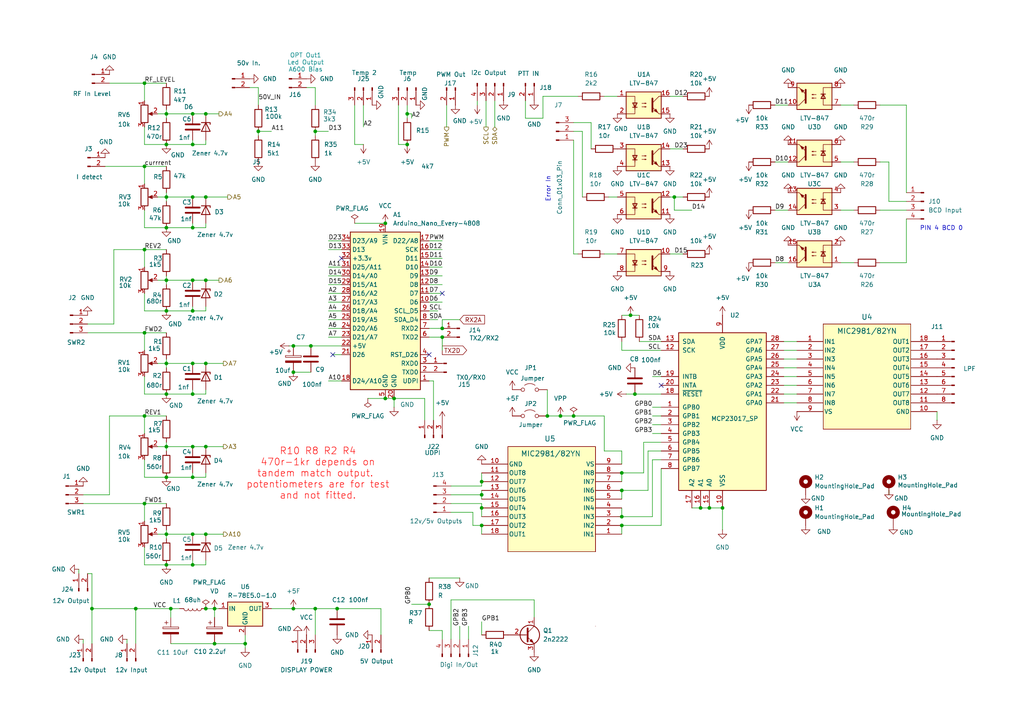
<source format=kicad_sch>
(kicad_sch (version 20231120) (generator "eeschema") (generator_version "8.0")
  (paper "A4")
  (title_block (title "LDMOS Controller") (date "2025-02-18") (rev "1.1") (comment 3 "Drawn by G4UFI"))
  (junction (at 48.26 33.02))
  (junction (at 48.26 163.83))
  (junction (at 55.88 154.94))
  (junction (at 180.34 149.86))
  (junction (at 48.26 57.15))
  (junction (at 139.7 139.7))
  (junction (at 59.69 154.94))
  (junction (at 41.91 48.26))
  (junction (at 55.88 66.04))
  (junction (at 48.26 114.3))
  (junction (at 59.69 57.15))
  (junction (at 124.46 175.26))
  (junction (at 209.55 147.32))
  (junction (at 59.69 81.28))
  (junction (at 48.26 81.28))
  (junction (at 55.88 33.02))
  (junction (at 48.26 66.04))
  (junction (at 49.53 176.53))
  (junction (at 118.11 41.91))
  (junction (at 41.91 72.39))
  (junction (at 128.27 97.79))
  (junction (at 59.69 105.41))
  (junction (at 184.15 114.3))
  (junction (at 139.7 152.4))
  (junction (at 48.26 138.43))
  (junction (at 180.34 152.4))
  (junction (at 55.88 41.91))
  (junction (at 62.23 176.53))
  (junction (at 55.88 57.15))
  (junction (at 55.88 114.3))
  (junction (at 41.91 96.52))
  (junction (at 91.44 176.53))
  (junction (at 180.34 142.24))
  (junction (at 111.76 64.77))
  (junction (at 48.26 105.41))
  (junction (at 39.37 176.53))
  (junction (at 90.17 100.33))
  (junction (at 48.26 90.17))
  (junction (at 91.44 38.1))
  (junction (at 85.09 176.53))
  (junction (at 71.12 186.69))
  (junction (at 180.34 137.16))
  (junction (at 139.7 147.32))
  (junction (at 48.26 41.91))
  (junction (at 85.09 100.33))
  (junction (at 158.75 120.65))
  (junction (at 62.23 186.69))
  (junction (at 59.69 176.53))
  (junction (at 166.37 120.65))
  (junction (at 162.56 120.65))
  (junction (at 74.93 38.1))
  (junction (at 205.74 147.32))
  (junction (at 195.58 57.15))
  (junction (at 111.76 115.57))
  (junction (at 41.91 24.13))
  (junction (at 55.88 138.43))
  (junction (at 55.88 81.28))
  (junction (at 118.11 33.02))
  (junction (at 85.09 107.95))
  (junction (at 139.7 143.51))
  (junction (at 182.88 91.44))
  (junction (at 26.67 176.53))
  (junction (at 48.26 129.54))
  (junction (at 59.69 33.02))
  (junction (at 55.88 105.41))
  (junction (at 55.88 129.54))
  (junction (at 59.69 129.54))
  (junction (at 55.88 90.17))
  (junction (at 41.91 146.05))
  (junction (at 55.88 163.83))
  (junction (at 203.2 147.32))
  (junction (at 114.3 115.57))
  (junction (at 48.26 154.94))
  (junction (at 97.79 176.53))
  (junction (at 128.27 95.25))
  (junction (at 41.91 120.65))
  (no_connect (at 191.77 111.76))
  (no_connect (at 124.46 102.87))
  (no_connect (at 128.27 85.09))
  (no_connect (at 99.06 74.93))
  (no_connect (at 96.52 102.87))
  (wire (pts (xy 72.39 25.4) (xy 74.93 25.4)))
  (wire (pts (xy 41.91 109.22) (xy 41.91 114.3)))
  (wire (pts (xy 59.69 163.83) (xy 55.88 163.83)))
  (wire (pts (xy 262.89 76.2) (xy 262.89 63.5)))
  (wire (pts (xy 48.26 154.94) (xy 48.26 156.21)))
  (wire (pts (xy 48.26 55.88) (xy 48.26 57.15)))
  (wire (pts (xy 55.88 64.77) (xy 55.88 66.04)))
  (wire (pts (xy 200.66 60.96) (xy 195.58 60.96)))
  (wire (pts (xy 114.3 118.11) (xy 114.3 115.57)))
  (wire (pts (xy 102.87 64.77) (xy 111.76 64.77)))
  (wire (pts (xy 115.57 41.91) (xy 115.57 30.48)))
  (wire (pts (xy 106.68 115.57) (xy 111.76 115.57)))
  (wire (pts (xy 62.23 176.53) (xy 63.5 176.53)))
  (wire (pts (xy 189.23 149.86) (xy 180.34 149.86)))
  (wire (pts (xy 187.96 142.24) (xy 187.96 130.81)))
  (wire (pts (xy 175.26 73.66) (xy 179.07 73.66)))
  (wire (pts (xy 24.13 186.69) (xy 24.13 185.42)))
  (wire (pts (xy 128.27 182.88) (xy 128.27 185.42)))
  (wire (pts (xy 59.69 114.3) (xy 55.88 114.3)))
  (wire (pts (xy 55.88 105.41) (xy 59.69 105.41)))
  (wire (pts (xy 36.83 186.69) (xy 36.83 185.42)))
  (wire (pts (xy 227.33 99.06) (xy 231.14 99.06)))
  (wire (pts (xy 95.25 72.39) (xy 99.06 72.39)))
  (wire (pts (xy 124.46 72.39) (xy 128.27 72.39)))
  (wire (pts (xy 59.69 41.91) (xy 55.88 41.91)))
  (wire (pts (xy 55.88 138.43) (xy 48.26 138.43)))
  (wire (pts (xy 124.46 90.17) (xy 127 90.17)))
  (wire (pts (xy 95.25 97.79) (xy 99.06 97.79)))
  (wire (pts (xy 181.61 114.3) (xy 184.15 114.3)))
  (wire (pts (xy 114.3 115.57) (xy 123.19 115.57)))
  (wire (pts (xy 139.7 180.34) (xy 139.7 184.15)))
  (wire (pts (xy 129.54 30.48) (xy 129.54 36.83)))
  (wire (pts (xy 41.91 101.6) (xy 41.91 96.52)))
  (wire (pts (xy 74.93 38.1) (xy 78.74 38.1)))
  (wire (pts (xy 227.33 101.6) (xy 231.14 101.6)))
  (wire (pts (xy 48.26 129.54) (xy 48.26 130.81)))
  (wire (pts (xy 137.16 148.59) (xy 137.16 152.4)))
  (wire (pts (xy 189.23 109.22) (xy 191.77 109.22)))
  (wire (pts (xy 41.91 146.05) (xy 48.26 146.05)))
  (wire (pts (xy 247.65 46.99) (xy 243.84 46.99)))
  (wire (pts (xy 48.26 153.67) (xy 48.26 154.94)))
  (wire (pts (xy 124.46 182.88) (xy 128.27 182.88)))
  (wire (pts (xy 189.23 133.35) (xy 189.23 149.86)))
  (wire (pts (xy 180.34 142.24) (xy 180.34 144.78)))
  (wire (pts (xy 125.73 110.49) (xy 125.73 121.92)))
  (wire (pts (xy 59.69 129.54) (xy 64.77 129.54)))
  (wire (pts (xy 119.38 34.29) (xy 119.38 33.02)))
  (wire (pts (xy 124.46 92.71) (xy 127 92.71)))
  (wire (pts (xy 26.67 186.69) (xy 26.67 176.53)))
  (wire (pts (xy 157.48 27.94) (xy 157.48 34.29)))
  (wire (pts (xy 184.15 114.3) (xy 191.77 114.3)))
  (wire (pts (xy 133.35 92.71) (xy 128.27 92.71)))
  (wire (pts (xy 41.91 36.83) (xy 41.91 41.91)))
  (wire (pts (xy 39.37 176.53) (xy 39.37 186.69)))
  (wire (pts (xy 59.69 105.41) (xy 64.77 105.41)))
  (wire (pts (xy 179.07 149.86) (xy 180.34 149.86)))
  (wire (pts (xy 55.88 90.17) (xy 48.26 90.17)))
  (wire (pts (xy 130.81 173.99) (xy 130.81 185.42)))
  (wire (pts (xy 24.13 146.05) (xy 41.91 146.05)))
  (wire (pts (xy 227.33 104.14) (xy 231.14 104.14)))
  (wire (pts (xy 194.31 73.66) (xy 198.12 73.66)))
  (wire (pts (xy 55.88 114.3) (xy 48.26 114.3)))
  (wire (pts (xy 119.38 175.26) (xy 124.46 175.26)))
  (wire (pts (xy 247.65 76.2) (xy 243.84 76.2)))
  (wire (pts (xy 41.91 29.21) (xy 41.91 24.13)))
  (wire (pts (xy 257.81 58.42) (xy 262.89 58.42)))
  (wire (pts (xy 195.58 60.96) (xy 195.58 57.15)))
  (wire (pts (xy 63.5 81.28) (xy 59.69 81.28)))
  (wire (pts (xy 49.53 176.53) (xy 49.53 179.07)))
  (wire (pts (xy 195.58 57.15) (xy 198.12 57.15)))
  (wire (pts (xy 158.75 113.03) (xy 158.75 120.65)))
  (wire (pts (xy 154.94 173.99) (xy 154.94 179.07)))
  (wire (pts (xy 95.25 82.55) (xy 99.06 82.55)))
  (wire (pts (xy 41.91 158.75) (xy 41.91 163.83)))
  (wire (pts (xy 227.33 111.76) (xy 231.14 111.76)))
  (wire (pts (xy 59.69 137.16) (xy 59.69 138.43)))
  (wire (pts (xy 139.7 147.32) (xy 139.7 149.86)))
  (wire (pts (xy 139.7 140.97) (xy 139.7 139.7)))
  (wire (pts (xy 124.46 110.49) (xy 125.73 110.49)))
  (wire (pts (xy 55.88 163.83) (xy 48.26 163.83)))
  (wire (pts (xy 130.81 148.59) (xy 137.16 148.59)))
  (wire (pts (xy 41.91 53.34) (xy 41.91 48.26)))
  (wire (pts (xy 55.88 57.15) (xy 59.69 57.15)))
  (wire (pts (xy 48.26 129.54) (xy 55.88 129.54)))
  (wire (pts (xy 166.37 120.65) (xy 175.26 120.65)))
  (wire (pts (xy 227.33 106.68) (xy 231.14 106.68)))
  (wire (pts (xy 59.69 162.56) (xy 59.69 163.83)))
  (wire (pts (xy 30.48 48.26) (xy 41.91 48.26)))
  (wire (pts (xy 168.91 38.1) (xy 168.91 57.15)))
  (wire (pts (xy 41.91 60.96) (xy 41.91 66.04)))
  (wire (pts (xy 41.91 120.65) (xy 48.26 120.65)))
  (wire (pts (xy 194.31 27.94) (xy 198.12 27.94)))
  (wire (pts (xy 71.12 186.69) (xy 71.12 184.15)))
  (wire (pts (xy 255.27 30.48) (xy 262.89 30.48)))
  (wire (pts (xy 91.44 25.4) (xy 91.44 30.48)))
  (wire (pts (xy 91.44 38.1) (xy 95.25 38.1)))
  (wire (pts (xy 41.91 85.09) (xy 41.91 90.17)))
  (wire (pts (xy 118.11 41.91) (xy 115.57 41.91)))
  (wire (pts (xy 191.77 133.35) (xy 189.23 133.35)))
  (wire (pts (xy 139.7 142.24) (xy 139.7 143.51)))
  (wire (pts (xy 59.69 66.04) (xy 55.88 66.04)))
  (wire (pts (xy 194.31 43.18) (xy 198.12 43.18)))
  (wire (pts (xy 41.91 120.65) (xy 31.75 120.65)))
  (wire (pts (xy 39.37 176.53) (xy 49.53 176.53)))
  (wire (pts (xy 166.37 35.56) (xy 171.45 35.56)))
  (wire (pts (xy 124.46 87.63) (xy 128.27 87.63)))
  (wire (pts (xy 48.26 154.94) (xy 55.88 154.94)))
  (wire (pts (xy 45.72 33.02) (xy 48.26 33.02)))
  (wire (pts (xy 175.26 130.81) (xy 175.26 120.65)))
  (wire (pts (xy 45.72 154.94) (xy 48.26 154.94)))
  (wire (pts (xy 45.72 57.15) (xy 48.26 57.15)))
  (wire (pts (xy 59.69 138.43) (xy 55.88 138.43)))
  (wire (pts (xy 95.25 80.01) (xy 99.06 80.01)))
  (wire (pts (xy 119.38 33.02) (xy 118.11 33.02)))
  (wire (pts (xy 48.26 66.04) (xy 41.91 66.04)))
  (wire (pts (xy 124.46 167.64) (xy 133.35 167.64)))
  (wire (pts (xy 228.6 30.48) (xy 224.79 30.48)))
  (wire (pts (xy 48.26 90.17) (xy 41.91 90.17)))
  (wire (pts (xy 255.27 46.99) (xy 257.81 46.99)))
  (wire (pts (xy 95.25 69.85) (xy 99.06 69.85)))
  (wire (pts (xy 257.81 46.99) (xy 257.81 58.42)))
  (wire (pts (xy 26.67 176.53) (xy 39.37 176.53)))
  (wire (pts (xy 228.6 76.2) (xy 224.79 76.2)))
  (wire (pts (xy 124.46 74.93) (xy 128.27 74.93)))
  (wire (pts (xy 25.4 166.37) (xy 26.67 166.37)))
  (wire (pts (xy 59.69 113.03) (xy 59.69 114.3)))
  (wire (pts (xy 33.02 72.39) (xy 33.02 93.98)))
  (wire (pts (xy 31.75 120.65) (xy 31.75 143.51)))
  (wire (pts (xy 110.49 176.53) (xy 97.79 176.53)))
  (wire (pts (xy 97.79 176.53) (xy 91.44 176.53)))
  (wire (pts (xy 41.91 114.3) (xy 48.26 114.3)))
  (wire (pts (xy 257.81 143.51) (xy 257.81 142.24)))
  (wire (pts (xy 48.26 57.15) (xy 48.26 58.42)))
  (wire (pts (xy 130.81 173.99) (xy 154.94 173.99)))
  (wire (pts (xy 118.11 30.48) (xy 118.11 33.02)))
  (wire (pts (xy 48.26 81.28) (xy 48.26 82.55)))
  (wire (pts (xy 45.72 81.28) (xy 48.26 81.28)))
  (wire (pts (xy 162.56 120.65) (xy 166.37 120.65)))
  (wire (pts (xy 59.69 154.94) (xy 64.77 154.94)))
  (wire (pts (xy 227.33 114.3) (xy 231.14 114.3)))
  (wire (pts (xy 41.91 151.13) (xy 41.91 146.05)))
  (wire (pts (xy 138.43 30.48) (xy 138.43 29.21)))
  (wire (pts (xy 62.23 176.53) (xy 62.23 179.07)))
  (wire (pts (xy 157.48 27.94) (xy 167.64 27.94)))
  (wire (pts (xy 228.6 60.96) (xy 224.79 60.96)))
  (wire (pts (xy 209.55 147.32) (xy 209.55 153.67)))
  (wire (pts (xy 99.06 92.71) (xy 95.25 92.71)))
  (wire (pts (xy 186.69 137.16) (xy 186.69 128.27)))
  (wire (pts (xy 41.91 24.13) (xy 48.26 24.13)))
  (wire (pts (xy 41.91 133.35) (xy 41.91 138.43)))
  (wire (pts (xy 48.26 31.75) (xy 48.26 33.02)))
  (wire (pts (xy 95.25 110.49) (xy 99.06 110.49)))
  (wire (pts (xy 124.46 80.01) (xy 128.27 80.01)))
  (wire (pts (xy 90.17 100.33) (xy 99.06 100.33)))
  (wire (pts (xy 133.35 181.61) (xy 133.35 185.42)))
  (wire (pts (xy 166.37 73.66) (xy 167.64 73.66)))
  (wire (pts (xy 185.42 99.06) (xy 191.77 99.06)))
  (wire (pts (xy 128.27 97.79) (xy 128.27 101.6)))
  (wire (pts (xy 59.69 176.53) (xy 62.23 176.53)))
  (wire (pts (xy 88.9 25.4) (xy 91.44 25.4)))
  (wire (pts (xy 48.26 163.83) (xy 41.91 163.83)))
  (wire (pts (xy 128.27 92.71) (xy 128.27 95.25)))
  (wire (pts (xy 85.09 100.33) (xy 90.17 100.33)))
  (wire (pts (xy 110.49 184.15) (xy 110.49 176.53)))
  (wire (pts (xy 55.88 81.28) (xy 59.69 81.28)))
  (wire (pts (xy 55.88 137.16) (xy 55.88 138.43)))
  (wire (pts (xy 41.91 77.47) (xy 41.91 72.39)))
  (wire (pts (xy 180.34 134.62) (xy 180.34 130.81)))
  (wire (pts (xy 55.88 113.03) (xy 55.88 114.3)))
  (wire (pts (xy 48.26 104.14) (xy 48.26 105.41)))
  (wire (pts (xy 49.53 186.69) (xy 62.23 186.69)))
  (wire (pts (xy 139.7 152.4) (xy 139.7 154.94)))
  (wire (pts (xy 194.31 57.15) (xy 195.58 57.15)))
  (wire (pts (xy 180.34 101.6) (xy 191.77 101.6)))
  (wire (pts (xy 31.75 24.13) (xy 41.91 24.13)))
  (wire (pts (xy 262.89 30.48) (xy 262.89 55.88)))
  (wire (pts (xy 180.34 152.4) (xy 191.77 152.4)))
  (wire (pts (xy 180.34 152.4) (xy 180.34 154.94)))
  (wire (pts (xy 78.74 176.53) (xy 85.09 176.53)))
  (wire (pts (xy 180.34 91.44) (xy 182.88 91.44)))
  (wire (pts (xy 166.37 40.64) (xy 166.37 73.66)))
  (wire (pts (xy 180.34 137.16) (xy 186.69 137.16)))
  (wire (pts (xy 189.23 118.11) (xy 191.77 118.11)))
  (wire (pts (xy 91.44 176.53) (xy 91.44 184.15)))
  (wire (pts (xy 171.45 43.18) (xy 171.45 35.56)))
  (wire (pts (xy 41.91 48.26) (xy 48.26 48.26)))
  (wire (pts (xy 71.12 187.96) (xy 71.12 186.69)))
  (wire (pts (xy 262.89 60.96) (xy 255.27 60.96)))
  (wire (pts (xy 143.51 29.21) (xy 143.51 36.83)))
  (wire (pts (xy 189.23 125.73) (xy 191.77 125.73)))
  (wire (pts (xy 124.46 97.79) (xy 128.27 97.79)))
  (wire (pts (xy 200.66 147.32) (xy 203.2 147.32)))
  (wire (pts (xy 83.82 100.33) (xy 85.09 100.33)))
  (wire (pts (xy 59.69 40.64) (xy 59.69 41.91)))
  (wire (pts (xy 124.46 82.55) (xy 128.27 82.55)))
  (wire (pts (xy 124.46 77.47) (xy 128.27 77.47)))
  (wire (pts (xy 55.88 88.9) (xy 55.88 90.17)))
  (wire (pts (xy 45.72 129.54) (xy 48.26 129.54)))
  (wire (pts (xy 111.76 115.57) (xy 114.3 115.57)))
  (wire (pts (xy 59.69 33.02) (xy 63.5 33.02)))
  (wire (pts (xy 180.34 130.81) (xy 175.26 130.81)))
  (wire (pts (xy 48.26 57.15) (xy 55.88 57.15)))
  (wire (pts (xy 247.65 60.96) (xy 243.84 60.96)))
  (wire (pts (xy 55.88 33.02) (xy 59.69 33.02)))
  (wire (pts (xy 55.88 66.04) (xy 48.26 66.04)))
  (wire (pts (xy 33.02 93.98) (xy 25.4 93.98)))
  (wire (pts (xy 41.91 96.52) (xy 48.26 96.52)))
  (wire (pts (xy 25.4 96.52) (xy 41.91 96.52)))
  (wire (pts (xy 74.93 25.4) (xy 74.93 30.48)))
  (wire (pts (xy 152.4 34.29) (xy 152.4 29.21)))
  (wire (pts (xy 99.06 95.25) (xy 95.25 95.25)))
  (wire (pts (xy 168.91 38.1) (xy 166.37 38.1)))
  (wire (pts (xy 49.53 176.53) (xy 52.07 176.53)))
  (wire (pts (xy 227.33 109.22) (xy 231.14 109.22)))
  (wire (pts (xy 130.81 140.97) (xy 139.7 140.97)))
  (wire (pts (xy 55.88 129.54) (xy 59.69 129.54)))
  (wire (pts (xy 22.86 166.37) (xy 22.86 165.1)))
  (wire (pts (xy 55.88 162.56) (xy 55.88 163.83)))
  (wire (pts (xy 95.25 85.09) (xy 99.06 85.09)))
  (wire (pts (xy 45.72 105.41) (xy 48.26 105.41)))
  (wire (pts (xy 48.26 138.43) (xy 41.91 138.43)))
  (wire (pts (xy 96.52 102.87) (xy 99.06 102.87)))
  (wire (pts (xy 41.91 72.39) (xy 48.26 72.39)))
  (wire (pts (xy 48.26 128.27) (xy 48.26 129.54)))
  (wire (pts (xy 48.26 33.02) (xy 55.88 33.02)))
  (wire (pts (xy 48.26 105.41) (xy 55.88 105.41)))
  (wire (pts (xy 123.19 115.57) (xy 123.19 121.92)))
  (wire (pts (xy 59.69 64.77) (xy 59.69 66.04)))
  (wire (pts (xy 102.87 41.91) (xy 102.87 30.48)))
  (wire (pts (xy 118.11 33.02) (xy 118.11 34.29)))
  (wire (pts (xy 157.48 34.29) (xy 152.4 34.29)))
  (wire (pts (xy 41.91 72.39) (xy 33.02 72.39)))
  (wire (pts (xy 31.75 143.51) (xy 24.13 143.51)))
  (wire (pts (xy 99.06 90.17) (xy 95.25 90.17)))
  (wire (pts (xy 182.88 91.44) (xy 185.42 91.44)))
  (wire (pts (xy 62.23 186.69) (xy 71.12 186.69)))
  (wire (pts (xy 128.27 95.25) (xy 124.46 95.25)))
  (wire (pts (xy 180.34 142.24) (xy 187.96 142.24)))
  (wire (pts (xy 59.69 90.17) (xy 55.88 90.17)))
  (wire (pts (xy 105.41 41.91) (xy 102.87 41.91)))
  (wire (pts (xy 55.88 41.91) (xy 48.26 41.91)))
  (wire (pts (xy 74.93 38.1) (xy 74.93 39.37)))
  (wire (pts (xy 48.26 80.01) (xy 48.26 81.28)))
  (wire (pts (xy 137.16 152.4) (xy 139.7 152.4)))
  (wire (pts (xy 139.7 143.51) (xy 139.7 144.78)))
  (wire (pts (xy 48.26 105.41) (xy 48.26 106.68)))
  (wire (pts (xy 85.09 176.53) (xy 91.44 176.53)))
  (wire (pts (xy 41.91 125.73) (xy 41.91 120.65)))
  (wire (pts (xy 59.69 88.9) (xy 59.69 90.17)))
  (wire (pts (xy 271.78 121.92) (xy 271.78 119.38)))
  (wire (pts (xy 189.23 123.19) (xy 191.77 123.19)))
  (wire (pts (xy 85.09 107.95) (xy 90.17 107.95)))
  (wire (pts (xy 130.81 143.51) (xy 139.7 143.51)))
  (wire (pts (xy 55.88 154.94) (xy 59.69 154.94)))
  (wire (pts (xy 180.34 137.16) (xy 180.34 139.7)))
  (wire (pts (xy 187.96 130.81) (xy 191.77 130.81)))
  (wire (pts (xy 247.65 30.48) (xy 243.84 30.48)))
  (wire (pts (xy 205.74 147.32) (xy 209.55 147.32)))
  (wire (pts (xy 139.7 146.05) (xy 139.7 147.32)))
  (wire (pts (xy 91.44 38.1) (xy 91.44 39.37)))
  (wire (pts (xy 135.89 181.61) (xy 135.89 185.42)))
  (wire (pts (xy 26.67 166.37) (xy 26.67 176.53)))
  (wire (pts (xy 176.53 57.15) (xy 179.07 57.15)))
  (wire (pts (xy 175.26 27.94) (xy 179.07 27.94)))
  (wire (pts (xy 158.75 120.65) (xy 162.56 120.65)))
  (wire (pts (xy 139.7 137.16) (xy 139.7 139.7)))
  (wire (pts (xy 48.26 33.02) (xy 48.26 34.29)))
  (wire (pts (xy 203.2 147.32) (xy 205.74 147.32)))
  (wire (pts (xy 191.77 135.89) (xy 191.77 152.4)))
  (wire (pts (xy 180.34 99.06) (xy 180.34 101.6)))
  (wire (pts (xy 186.69 128.27) (xy 191.77 128.27)))
  (wire (pts (xy 255.27 76.2) (xy 262.89 76.2)))
  (wire (pts (xy 227.33 116.84) (xy 231.14 116.84)))
  (wire (pts (xy 189.23 120.65) (xy 191.77 120.65)))
  (wire (pts (xy 124.46 85.09) (xy 128.27 85.09)))
  (wire (pts (xy 48.26 41.91) (xy 41.91 41.91)))
  (wire (pts (xy 95.25 87.63) (xy 99.06 87.63)))
  (wire (pts (xy 59.69 57.15) (xy 66.04 57.15)))
  (wire (pts (xy 105.41 30.48) (xy 105.41 36.83)))
  (wire (pts (xy 124.46 69.85) (xy 128.27 69.85)))
  (wire (pts (xy 48.26 81.28) (xy 55.88 81.28)))
  (wire (pts (xy 228.6 46.99) (xy 224.79 46.99)))
  (wire (pts (xy 55.88 40.64) (xy 55.88 41.91)))
  (wire (pts (xy 180.34 149.86) (xy 180.34 147.32)))
  (wire (pts (xy 140.97 29.21) (xy 140.97 36.83)))
  (wire (pts (xy 130.81 146.05) (xy 139.7 146.05)))
  (wire (pts (xy 95.25 77.47) (xy 99.06 77.47)))
  (text "OPT Out1\nLed Output\nA600 Bias" (at 88.646 18.288 0) (effects (font (size 1.27 1.27))))
  (text "PIN 4 BCD 0" (at 273.05 66.294 0) (effects (font (size 1.27 1.27))))
  (text "R10 R8 R2 R4\n470r-1kr depends on\ntandem match output. \npotentiometers are for test\nand not fitted." (at 92.202 137.414 0) (effects (font (size 2 2))))
  (text "Error In" (at 159.004 54.864 90) (effects (font (size 1.27 1.27))))
  (label "D13" (at 95.25 38.1 0))
  (label "D6" (at 189.23 109.22 0))
  (label "GPB2" (at 189.23 123.19 180))
  (label "A2" (at 105.41 36.83 0))
  (label "D15" (at 195.58 73.66 0))
  (label "A7" (at 95.25 97.79 0))
  (label "D8" (at 124.46 82.55 0))
  (label "GPB1" (at 139.7 180.34 0))
  (label "SDA" (at 187.96 99.06 0))
  (label "FWD1" (at 41.91 146.05 0))
  (label "D10" (at 124.46 77.47 0))
  (label "A11" (at 95.25 77.47 0))
  (label "D8" (at 224.79 76.2 0))
  (label "GPB1" (at 189.23 120.65 180))
  (label "D9" (at 124.46 80.01 0))
  (label "D12" (at 195.58 27.94 0))
  (label "D11" (at 224.79 30.48 0))
  (label "PWM" (at 124.46 69.85 0))
  (label "REV2" (at 41.91 72.39 0))
  (label "D23" (at 195.58 43.18 0))
  (label "D13" (at 95.25 72.39 0))
  (label "A10" (at 95.25 110.49 0))
  (label "GPB3" (at 135.89 181.61 90))
  (label "A5" (at 95.25 92.71 0))
  (label "GPB3" (at 189.23 125.73 180))
  (label "D9" (at 224.79 60.96 0))
  (label "SDA" (at 124.46 92.71 0))
  (label "A4" (at 95.25 90.17 0))
  (label "D7" (at 124.46 85.09 0))
  (label "GPB2" (at 133.35 181.61 90))
  (label "GPB0" (at 119.38 175.26 90))
  (label "D12" (at 128.27 72.39 180))
  (label "GPB0" (at 189.23 118.11 180))
  (label "D6" (at 124.46 87.63 0))
  (label "SCL" (at 187.96 101.6 0))
  (label "A2" (at 119.38 34.29 0))
  (label "FWD2" (at 41.91 96.52 0))
  (label "D14" (at 200.66 60.96 0))
  (label "D10" (at 224.79 46.99 0))
  (label "50V_IN" (at 74.93 29.21 0))
  (label "D11" (at 124.46 74.93 0))
  (label "D23" (at 95.25 69.85 0))
  (label "VCC" (at 44.45 176.53 0))
  (label "A3" (at 95.25 87.63 0))
  (label "currrent" (at 41.91 48.26 0))
  (label "REV1" (at 41.91 120.65 0))
  (label "D14" (at 95.25 80.01 0))
  (label "A6" (at 95.25 95.25 0))
  (label "D15" (at 95.25 82.55 0))
  (label "SCL" (at 124.46 90.17 0))
  (label "A11" (at 78.74 38.1 0))
  (label "RF_LEVEL" (at 41.91 24.13 0))
  (label "A2" (at 95.25 85.09 0))
  (global_label "TX2D" (shape output) (at 128.27 101.6 0) (property "Intersheetrefs" "${INTERSHEET_REFS}" (effects (hide yes))))
  (global_label "RX2A" (shape input) (at 133.35 92.71 0) (property "Intersheetrefs" "${INTERSHEET_REFS}" (effects (hide yes))))
  (hierarchical_label "SDA" (shape bidirectional) (at 143.51 36.83 270))
  (hierarchical_label "A10" (shape output) (at 64.77 154.94 0))
  (hierarchical_label "A5" (shape output) (at 66.04 57.15 0))
  (hierarchical_label "A6" (shape output) (at 63.5 81.28 0))
  (hierarchical_label "A3" (shape output) (at 64.77 129.54 0))
  (hierarchical_label "SCL" (shape output) (at 140.97 36.83 270))
  (hierarchical_label "PWM" (shape output) (at 129.54 36.83 270))
  (hierarchical_label "A7" (shape output) (at 64.77 105.41 0))
  (hierarchical_label "A4" (shape output) (at 63.5 33.02 0))
  (symbol (lib_id "power:GND") (at 24.13 140.97 180) (unit 1)
    (property "Reference" "#PWR013" (effects (hide yes)))
    (property "Value" "GND" (at 24.13 135.89 0))
    (property "Description" "Power symbol creates a global label with name \"GND\" , ground" (effects (hide yes)))
  )
  (symbol (lib_id "power:GND") (at 271.78 121.92 0) (unit 1)
    (property "Reference" "#PWR051" (effects (hide yes)))
    (property "Value" "GND" (at 271.78 127 0))
    (property "Description" "Power symbol creates a global label with name \"GND\" , ground" (effects (hide yes)))
  )
  (symbol (lib_id "power:GND") (at 91.44 46.99 0) (unit 1)
    (property "Reference" "#PWR056" (effects (hide yes)))
    (property "Value" "GND" (at 91.44 52.07 0))
    (property "Description" "Power symbol creates a global label with name \"GND\" , ground" (effects (hide yes)))
  )
  (symbol (lib_id "Isolator:LTV-847") (at 186.69 45.72 0) (unit 2)
    (property "Reference" "U1" (at 186.69 36.83 0))
    (property "Value" "LTV-847" (at 186.69 39.37 0))
    (property "Footprint" "Package_DIP:DIP-16_W7.62mm" (effects (hide yes)))
    (property "Datasheet" "http://optoelectronics.liteon.com/upload/download/DS-70-96-0016/LTV-8X7%20series.PDF" (effects (hide yes)))
    (property "Description" "Quad DC Optocoupler, Vce 35V, CTR 50%, DIP-16" (effects (hide yes)))
  )
  (symbol (lib_id "power:GND") (at 194.31 48.26 0) (unit 1)
    (property "Reference" "#PWR024" (effects (hide yes)))
    (property "Value" "GND" (at 194.31 53.34 0))
    (property "Description" "Power symbol creates a global label with name \"GND\" , ground" (effects (hide yes)))
  )
  (symbol (lib_id "Device:R") (at 118.11 38.1 0) (unit 1)
    (property "Reference" "R15" (at 120.65 37.846 0) (effects (justify left)))
    (property "Value" "4k7" (at 122.174 48.26 0) (effects (justify left)))
    (property "Footprint" "Resistor_THT:R_Axial_DIN0207_L6.3mm_D2.5mm_P7.62mm_Horizontal" (effects (hide yes)))
    (property "Description" "Resistor" (effects (hide yes)))
  )
  (symbol (lib_id "Mechanical:MountingHole_Pad") (at 233.68 149.86 0) (unit 1) (exclude_from_sim yes) (in_bom no)
    (property "Reference" "H1" (at 236.22 147.3199 0) (effects (justify left)))
    (property "Value" "MountingHole_Pad" (at 236.22 149.8599 0) (effects (justify left)))
    (property "Footprint" "MountingHole:MountingHole_3.5mm_Pad_Via" (effects (hide yes)))
    (property "Description" "Mounting Hole with connection" (effects (hide yes)))
  )
  (symbol (lib_id "power:GND") (at 48.26 114.3 0) (unit 1)
    (property "Reference" "#PWR02" (effects (hide yes)))
    (property "Value" "GND" (at 51.054 117.602 0))
    (property "Description" "Power symbol creates a global label with name \"GND\" , ground" (effects (hide yes)))
  )
  (symbol (lib_id "Device:R") (at 175.26 43.18 90) (unit 1)
    (property "Reference" "R17" (at 175.26 36.83 90))
    (property "Value" "10r" (at 175.26 39.37 90))
    (property "Footprint" "Resistor_THT:R_Axial_DIN0207_L6.3mm_D2.5mm_P7.62mm_Horizontal" (effects (hide yes)))
    (property "Description" "Resistor" (effects (hide yes)))
  )
  (symbol (lib_id "power:GND") (at 209.55 153.67 0) (unit 1)
    (property "Reference" "#PWR036" (effects (hide yes)))
    (property "Value" "GND" (at 209.55 158.75 0))
    (property "Description" "Power symbol creates a global label with name \"GND\" , ground" (effects (hide yes)))
  )
  (symbol (lib_id "Device:D_Zener") (at 59.69 60.96 270) (unit 1)
    (property "Reference" "D3" (at 62.23 61.468 90) (effects (justify left)))
    (property "Value" "Zener 4.7v" (at 57.15 68.072 90) (effects (justify left)))
    (property "Footprint" "Diode_THT:D_DO-35_SOD27_P7.62mm_Horizontal" (effects (hide yes)))
    (property "Description" "Zener diode" (effects (hide yes)))
  )
  (symbol (lib_id "power:GND") (at 107.95 30.48 90) (unit 1)
    (property "Reference" "#PWR83" (effects (hide yes)))
    (property "Value" "GND" (at 110.49 24.638 0) (effects (justify right)))
    (property "Description" "Power symbol creates a global label with name \"GND\" , ground" (effects (hide yes)))
  )
  (symbol (lib_id "Transistor_BJT:BC547") (at 152.4 184.15 0) (unit 1)
    (property "Reference" "Q1" (at 157.48 182.8799 0) (effects (justify left)))
    (property "Value" "2n2222" (at 157.48 185.4199 0) (effects (justify left)))
    (property "Footprint" "Package_TO_SOT_THT:TO-92_HandSolder" (effects (hide yes)))
    (property "Datasheet" "https://www.onsemi.com/pub/Collateral/BC550-D.pdf" (effects (hide yes)))
    (property "Description" "0.1A Ic, 45V Vce, Small Signal NPN Transistor, TO-92" (effects (hide yes)))
  )
  (symbol (lib_id "power:+5V") (at 217.17 76.2 180) (unit 1)
    (property "Reference" "#PWR046" (effects (hide yes)))
    (property "Value" "+5V" (at 215.392 80.772 0))
    (property "Description" "Power symbol creates a global label with name \"+5V\"" (effects (hide yes)))
  )
  (symbol (lib_id "Connector:Conn_01x03_Pin") (at 118.11 25.4 270) (unit 1)
    (property "Reference" "J6" (at 118.11 22.86 90))
    (property "Value" "Temp" (at 118.364 21.082 90))
    (property "Footprint" "Connector_JST:JST_EH_B3B-EH-A_1x03_P2.50mm_Vertical" (effects (hide yes)))
    (property "Description" "Generic connector, single row, 01x03, script generated" (effects (hide yes)))
  )
  (symbol (lib_id "power:GND") (at 48.26 138.43 0) (unit 1)
    (property "Reference" "#PWR06" (effects (hide yes)))
    (property "Value" "GND" (at 50.292 141.732 0))
    (property "Description" "Power symbol creates a global label with name \"GND\" , ground" (effects (hide yes)))
  )
  (symbol (lib_id "power:GND") (at 259.08 152.4 0) (unit 1)
    (property "Reference" "#PWR066" (effects (hide yes)))
    (property "Value" "GND" (at 262.89 154.432 0))
    (property "Description" "Power symbol creates a global label with name \"GND\" , ground" (effects (hide yes)))
  )
  (symbol (lib_id "Device:R") (at 124.46 171.45 0) (unit 1)
    (property "Reference" "R38" (at 127 170.1799 0) (effects (justify left)))
    (property "Value" "R" (at 127 172.7199 0) (effects (justify left)))
    (property "Footprint" "Resistor_THT:R_Axial_DIN0207_L6.3mm_D2.5mm_P7.62mm_Horizontal" (effects (hide yes)))
    (property "Description" "Resistor" (effects (hide yes)))
  )
  (symbol (lib_id "power:PWR_FLAG") (at 166.37 120.65 0) (unit 1)
    (property "Reference" "#FLG04" (effects (hide yes)))
    (property "Value" "PWR_FLAG" (at 168.148 122.682 0))
    (property "Description" "Special symbol for telling ERC where power comes from" (effects (hide yes)))
  )
  (symbol (lib_id "Device:D_Zener") (at 59.69 109.22 270) (unit 1)
    (property "Reference" "D1" (at 61.976 109.474 90) (effects (justify left)))
    (property "Value" "Zener 4.7v" (at 57.15 116.332 90) (effects (justify left)))
    (property "Footprint" "Diode_THT:D_DO-35_SOD27_P7.62mm_Horizontal" (effects (hide yes)))
    (property "Description" "Zener diode" (effects (hide yes)))
  )
  (symbol (lib_id "power:GND") (at 48.26 163.83 0) (unit 1)
    (property "Reference" "#PWR07" (effects (hide yes)))
    (property "Value" "GND" (at 48.26 168.91 0))
    (property "Description" "Power symbol creates a global label with name \"GND\" , ground" (effects (hide yes)))
  )
  (symbol (lib_id "Connector:Conn_01x02_Pin") (at 67.31 22.86 0) (unit 1)
    (property "Reference" "J5" (at 74.422 46.99 0))
    (property "Value" "50v In." (at 72.136 18.288 0))
    (property "Footprint" "Connector_JST:JST_EH_B2B-EH-A_1x02_P2.50mm_Vertical" (effects (hide yes)))
    (property "Description" "Generic connector, single row, 01x02, script generated" (effects (hide yes)))
  )
  (symbol (lib_id "power:GND") (at 228.6 25.4 180) (unit 1)
    (property "Reference" "#PWR045" (effects (hide yes)))
    (property "Value" "GND" (at 228.6 20.32 0))
    (property "Description" "Power symbol creates a global label with name \"GND\" , ground" (effects (hide yes)))
  )
  (symbol (lib_id "power:VD") (at 62.23 176.53 0) (unit 1)
    (property "Reference" "#PWR065" (effects (hide yes)))
    (property "Value" "VD" (at 62.23 171.45 0))
    (property "Description" "Power symbol creates a global label with name \"VD\"" (effects (hide yes)))
  )
  (symbol (lib_id "Connector:Conn_01x02_Pin") (at 83.82 22.86 0) (unit 1)
    (property "Reference" "J16" (at 85.598 27.432 0))
    (property "Value" "50v In." (effects (hide yes)))
    (property "Footprint" "Connector_JST:JST_EH_B2B-EH-A_1x02_P2.50mm_Vertical" (effects (hide yes)))
    (property "Description" "Generic connector, single row, 01x02, script generated" (effects (hide yes)))
  )
  (symbol (lib_id "power:GND") (at 154.94 189.23 0) (unit 1)
    (property "Reference" "#PWR77" (effects (hide yes)))
    (property "Value" "GND" (at 154.94 194.31 0))
    (property "Description" "Power symbol creates a global label with name \"GND\" , ground" (effects (hide yes)))
  )
  (symbol (lib_id "Device:R") (at 172.72 57.15 90) (unit 1)
    (property "Reference" "R18" (at 172.72 50.8 90))
    (property "Value" "10r" (at 172.72 53.34 90))
    (property "Footprint" "Resistor_THT:R_Axial_DIN0207_L6.3mm_D2.5mm_P7.62mm_Horizontal" (effects (hide yes)))
    (property "Description" "Resistor" (effects (hide yes)))
  )
  (symbol (lib_id "power:+5V") (at 217.17 60.96 180) (unit 1)
    (property "Reference" "#PWR047" (effects (hide yes)))
    (property "Value" "+5V" (at 216.154 66.04 0))
    (property "Description" "Power symbol creates a global label with name \"+5V\"" (effects (hide yes)))
  )
  (symbol (lib_id "power:VCC") (at 148.59 113.03 0) (unit 1)
    (property "Reference" "#PWR061" (effects (hide yes)))
    (property "Value" "VCC" (at 148.59 107.95 0))
    (property "Description" "Power symbol creates a global label with name \"VCC\"" (effects (hide yes)))
  )
  (symbol (lib_id "Device:C") (at 55.88 36.83 0) (unit 1)
    (property "Reference" "C6" (at 52.832 34.544 0) (effects (justify left)))
    (property "Value" "1nf" (at 51.816 39.878 0) (effects (justify left)))
    (property "Footprint" "Capacitor_THT:C_Disc_D3.4mm_W2.1mm_P2.50mm" (effects (hide yes)))
    (property "Description" "Unpolarized capacitor" (effects (hide yes)))
  )
  (symbol (lib_id "MIC2981:MIC2981_82YN") (at 231.14 99.06 0) (unit 1)
    (property "Reference" "U4" (at 251.46 91.948 0) (effects (font (size 1.524 1.524))))
    (property "Value" "MIC2981/82YN" (at 251.46 96.012 0) (effects (font (size 1.524 1.524))))
    (property "Footprint" "Package_DIP:DIP-18_W7.62mm_Socket" (effects (hide yes)))
    (property "Datasheet" "MIC2981/82YN" (effects (hide yes)))
  )
  (symbol (lib_id "Isolator:LTV-847") (at 186.69 76.2 0) (unit 4)
    (property "Reference" "U1" (at 186.69 67.31 0))
    (property "Value" "LTV-847" (at 186.69 69.85 0))
    (property "Footprint" "Package_DIP:DIP-16_W7.62mm" (effects (hide yes)))
    (property "Datasheet" "http://optoelectronics.liteon.com/upload/download/DS-70-96-0016/LTV-8X7%20series.PDF" (effects (hide yes)))
    (property "Description" "Quad DC Optocoupler, Vce 35V, CTR 50%, DIP-16" (effects (hide yes)))
  )
  (symbol (lib_id "Device:R") (at 91.44 34.29 0) (unit 1)
    (property "Reference" "R34" (at 93.726 32.512 0) (effects (justify left)))
    (property "Value" "3k3" (at 93.726 34.544 0) (effects (justify left)))
    (property "Footprint" "Resistor_THT:R_Axial_DIN0207_L6.3mm_D2.5mm_P7.62mm_Horizontal" (effects (hide yes)))
    (property "Description" "Resistor" (effects (hide yes)))
  )
  (symbol (lib_id "power:+5V") (at 205.74 27.94 0) (unit 1)
    (property "Reference" "#PWR027" (effects (hide yes)))
    (property "Value" "+5V" (at 205.74 22.86 0))
    (property "Description" "Power symbol creates a global label with name \"+5V\"" (effects (hide yes)))
  )
  (symbol (lib_id "power:GND") (at 179.07 48.26 0) (unit 1)
    (property "Reference" "#PWR021" (effects (hide yes)))
    (property "Value" "GND" (at 179.07 53.34 0))
    (property "Description" "Power symbol creates a global label with name \"GND\" , ground" (effects (hide yes)))
  )
  (symbol (lib_id "Device:C") (at 55.88 158.75 0) (unit 1)
    (property "Reference" "C5" (at 52.832 156.464 0) (effects (justify left)))
    (property "Value" "1nf" (at 52.324 161.798 0) (effects (justify left)))
    (property "Footprint" "Capacitor_THT:C_Disc_D3.4mm_W2.1mm_P2.50mm" (effects (hide yes)))
    (property "Description" "Unpolarized capacitor" (effects (hide yes)))
  )
  (symbol (lib_id "Device:R") (at 220.98 76.2 270) (unit 1)
    (property "Reference" "R30" (at 220.98 82.55 90))
    (property "Value" "10k" (at 220.98 80.01 90))
    (property "Footprint" "Resistor_THT:R_Axial_DIN0207_L6.3mm_D2.5mm_P7.62mm_Horizontal" (effects (hide yes)))
    (property "Description" "Resistor" (effects (hide yes)))
  )
  (symbol (lib_id "power:GND") (at 184.15 106.68 270) (unit 1)
    (property "Reference" "#PWR053" (effects (hide yes)))
    (property "Value" "GND" (at 180.34 106.6799 90) (effects (justify right)))
    (property "Description" "Power symbol creates a global label with name \"GND\" , ground" (effects (hide yes)))
  )
  (symbol (lib_id "Device:R") (at 220.98 30.48 270) (unit 1)
    (property "Reference" "R33" (at 220.98 36.83 90))
    (property "Value" "10k" (at 220.98 34.29 90))
    (property "Footprint" "Resistor_THT:R_Axial_DIN0207_L6.3mm_D2.5mm_P7.62mm_Horizontal" (effects (hide yes)))
    (property "Description" "Resistor" (effects (hide yes)))
  )
  (symbol (lib_id "power:GND") (at 228.6 55.88 180) (unit 1)
    (property "Reference" "#PWR043" (effects (hide yes)))
    (property "Value" "GND" (at 228.6 50.8 0))
    (property "Description" "Power symbol creates a global label with name \"GND\" , ground" (effects (hide yes)))
  )
  (symbol (lib_name "Conn_01x04_Pin_2") (lib_id "Connector:Conn_01x04_Pin") (at 130.81 190.5 90) (unit 1)
    (property "Reference" "J12" (at 137.922 188.722 0))
    (property "Value" "Digi In/Out" (at 133.096 192.786 90))
    (property "Footprint" "Connector_JST:JST_EH_B4B-EH-A_1x04_P2.50mm_Vertical" (effects (hide yes)))
    (property "Description" "Generic connector, single row, 01x04, script generated" (effects (hide yes)))
  )
  (symbol (lib_id "power:GND") (at 243.84 55.88 180) (unit 1)
    (property "Reference" "#PWR039" (effects (hide yes)))
    (property "Value" "GND" (at 243.84 50.8 0))
    (property "Description" "Power symbol creates a global label with name \"GND\" , ground" (effects (hide yes)))
  )
  (symbol (lib_id "Device:C_Polarized") (at 49.53 182.88 0) (unit 1)
    (property "Reference" "C11" (at 45.466 189.23 0) (effects (justify left)))
    (property "Value" "10uf" (at 50.038 189.23 0) (effects (justify left)))
    (property "Footprint" "Capacitor_THT:CP_Radial_D5.0mm_P2.00mm" (effects (hide yes)))
    (property "Description" "Polarized capacitor" (effects (hide yes)))
  )
  (symbol (lib_id "power:+5V") (at 217.17 46.99 180) (unit 1)
    (property "Reference" "#PWR048" (effects (hide yes)))
    (property "Value" "+5V" (at 216.154 52.07 0))
    (property "Description" "Power symbol creates a global label with name \"+5V\"" (effects (hide yes)))
  )
  (symbol (lib_id "power:PWR_FLAG") (at 59.69 176.53 0) (unit 1)
    (property "Reference" "#FLG03" (effects (hide yes)))
    (property "Value" "PWR_FLAG" (at 60.706 168.91 0))
    (property "Description" "Special symbol for telling ERC where power comes from" (effects (hide yes)))
  )
  (symbol (lib_id "Device:C_Polarized") (at 62.23 182.88 0) (unit 1)
    (property "Reference" "C10" (at 56.134 188.976 0) (effects (justify left)))
    (property "Value" "2.2uf" (at 60.452 188.976 0) (effects (justify left)))
    (property "Footprint" "Capacitor_THT:CP_Radial_D5.0mm_P2.00mm" (effects (hide yes)))
    (property "Description" "Polarized capacitor" (effects (hide yes)))
  )
  (symbol (lib_id "Device:C") (at 55.88 85.09 0) (unit 1)
    (property "Reference" "C2" (at 52.832 82.804 0) (effects (justify left)))
    (property "Value" "1nf" (at 51.816 88.392 0) (effects (justify left)))
    (property "Footprint" "Capacitor_THT:C_Disc_D3.4mm_W2.1mm_P2.50mm" (effects (hide yes)))
    (property "Description" "Unpolarized capacitor" (effects (hide yes)))
  )
  (symbol (lib_id "Device:R") (at 171.45 73.66 90) (unit 1)
    (property "Reference" "R19" (at 171.45 67.31 90))
    (property "Value" "10r" (at 171.45 69.85 90))
    (property "Footprint" "Resistor_THT:R_Axial_DIN0207_L6.3mm_D2.5mm_P7.62mm_Horizontal" (effects (hide yes)))
    (property "Description" "Resistor" (effects (hide yes)))
  )
  (symbol (lib_id "Isolator:LTV-847") (at 186.69 59.69 0) (unit 3)
    (property "Reference" "U1" (at 186.69 50.8 0))
    (property "Value" "LTV-847" (at 186.69 53.34 0))
    (property "Footprint" "Package_DIP:DIP-16_W7.62mm" (effects (hide yes)))
    (property "Datasheet" "http://optoelectronics.liteon.com/upload/download/DS-70-96-0016/LTV-8X7%20series.PDF" (effects (hide yes)))
    (property "Description" "Quad DC Optocoupler, Vce 35V, CTR 50%, DIP-16" (effects (hide yes)))
  )
  (symbol (lib_id "Connector:Conn_01x03_Pin") (at 19.05 143.51 0) (unit 1)
    (property "Reference" "J1" (at 19.304 138.176 0))
    (property "Value" "SWR1" (at 22.098 148.59 0))
    (property "Footprint" "Connector_JST:JST_EH_B3B-EH-A_1x03_P2.50mm_Vertical" (effects (hide yes)))
    (property "Description" "Generic connector, single row, 01x03, script generated" (effects (hide yes)))
  )
  (symbol (lib_id "Connector:Conn_01x03_Pin") (at 20.32 93.98 0) (unit 1)
    (property "Reference" "J2" (at 20.955 86.36 0))
    (property "Value" "SWR2" (at 22.098 99.314 0))
    (property "Footprint" "Connector_JST:JST_EH_B3B-EH-A_1x03_P2.50mm_Vertical" (effects (hide yes)))
    (property "Description" "Generic connector, single row, 01x03, script generated" (effects (hide yes)))
  )
  (symbol (lib_id "power:+5F") (at 85.09 176.53 0) (unit 1)
    (property "Reference" "#PWR063" (effects (hide yes)))
    (property "Value" "+5F" (at 85.09 171.45 0))
    (property "Description" "Power symbol creates a global label with name \"+5F\"" (effects (hide yes)))
  )
  (symbol (lib_id "Device:R") (at 48.26 110.49 0) (unit 1)
    (property "Reference" "R2" (at 44.196 108.966 0) (effects (justify left)))
    (property "Value" "680r" (at 42.418 111.76 0) (effects (justify left)))
    (property "Footprint" "Resistor_THT:R_Axial_DIN0207_L6.3mm_D2.5mm_P7.62mm_Horizontal" (effects (hide yes)))
    (property "Description" "Resistor" (effects (hide yes)))
  )
  (symbol (lib_id "Device:R") (at 48.26 86.36 0) (unit 1)
    (property "Reference" "R4" (at 44.196 85.598 0) (effects (justify left)))
    (property "Value" "680r" (at 42.418 87.376 0) (effects (justify left)))
    (property "Footprint" "Resistor_THT:R_Axial_DIN0207_L6.3mm_D2.5mm_P7.62mm_Horizontal" (effects (hide yes)))
    (property "Description" "Resistor" (effects (hide yes)))
  )
  (symbol (lib_id "power:+5V") (at 138.43 30.48 180) (unit 1)
    (property "Reference" "#PWR035" (effects (hide yes)))
    (property "Value" "+5V" (at 137.922 35.306 0))
    (property "Description" "Power symbol creates a global label with name \"+5V\"" (effects (hide yes)))
  )
  (symbol (lib_id "power:GND") (at 139.7 134.62 180) (unit 1)
    (property "Reference" "#PWR054" (effects (hide yes)))
    (property "Value" "GND" (at 139.7 129.54 0))
    (property "Description" "Power symbol creates a global label with name \"GND\" , ground" (effects (hide yes)))
  )
  (symbol (lib_id "Device:R") (at 220.98 60.96 270) (unit 1)
    (property "Reference" "R31" (at 220.98 67.31 90))
    (property "Value" "10k" (at 220.98 64.77 90))
    (property "Footprint" "Resistor_THT:R_Axial_DIN0207_L6.3mm_D2.5mm_P7.62mm_Horizontal" (effects (hide yes)))
    (property "Description" "Resistor" (effects (hide yes)))
  )
  (symbol (lib_id "Device:R") (at 220.98 46.99 270) (unit 1)
    (property "Reference" "R32" (at 220.98 53.34 90))
    (property "Value" "10k" (at 220.98 50.8 90))
    (property "Footprint" "Resistor_THT:R_Axial_DIN0207_L6.3mm_D2.5mm_P7.62mm_Horizontal" (effects (hide yes)))
    (property "Description" "Resistor" (effects (hide yes)))
  )
  (symbol (lib_id "power:+5V") (at 105.41 41.91 180) (unit 1)
    (property "Reference" "#PWR82" (effects (hide yes)))
    (property "Value" "+5V" (at 105.41 46.99 0))
    (property "Description" "Power symbol creates a global label with name \"+5V\"" (effects (hide yes)))
  )
  (symbol (lib_id "power:VPP") (at 162.56 120.65 0) (unit 1)
    (property "Reference" "#PWR062" (effects (hide yes)))
    (property "Value" "VPP" (at 162.56 115.57 0))
    (property "Description" "Power symbol creates a global label with name \"VPP\"" (effects (hide yes)))
  )
  (symbol (lib_id "power:+5V") (at 83.82 100.33 90) (unit 1)
    (property "Reference" "#PWR09" (effects (hide yes)))
    (property "Value" "+5V" (at 80.01 102.108 90))
    (property "Description" "Power symbol creates a global label with name \"+5V\"" (effects (hide yes)))
  )
  (symbol (lib_id "power:GND") (at 97.79 184.15 0) (unit 1)
    (property "Reference" "#PWR70" (effects (hide yes)))
    (property "Value" "GND" (at 97.79 189.23 0))
    (property "Description" "Power symbol creates a global label with name \"GND\" , ground" (effects (hide yes)))
  )
  (symbol (lib_id "power:PWR_FLAG") (at 106.68 115.57 180) (unit 1)
    (property "Reference" "#FLG1" (effects (hide yes)))
    (property "Value" "PWR_FLAG" (at 106.68 120.65 0))
    (property "Description" "Special symbol for telling ERC where power comes from" (effects (hide yes)))
  )
  (symbol (lib_id "power:GND") (at 72.39 22.86 90) (unit 1)
    (property "Reference" "#PWR018" (effects (hide yes)))
    (property "Value" "GND" (at 76.2 22.8599 90) (effects (justify right)))
    (property "Description" "Power symbol creates a global label with name \"GND\" , ground" (effects (hide yes)))
  )
  (symbol (lib_id "power:+5V") (at 118.11 41.91 180) (unit 1)
    (property "Reference" "#PWR011" (effects (hide yes)))
    (property "Value" "+5V" (at 118.11 46.99 0))
    (property "Description" "Power symbol creates a global label with name \"+5V\"" (effects (hide yes)))
  )
  (symbol (lib_id "Isolator:LTV-847") (at 236.22 58.42 180) (unit 2)
    (property "Reference" "U3" (at 236.22 67.31 0))
    (property "Value" "LTV-847" (at 236.22 64.77 0))
    (property "Footprint" "Package_DIP:DIP-16_W7.62mm" (effects (hide yes)))
    (property "Datasheet" "http://optoelectronics.liteon.com/upload/download/DS-70-96-0016/LTV-8X7%20series.PDF" (effects (hide yes)))
    (property "Description" "Quad DC Optocoupler, Vce 35V, CTR 50%, DIP-16" (effects (hide yes)))
  )
  (symbol (lib_id "power:GND") (at 233.68 152.4 0) (unit 1)
    (property "Reference" "#PWR067" (effects (hide yes)))
    (property "Value" "GND" (at 239.014 154.178 0))
    (property "Description" "Power symbol creates a global label with name \"GND\" , ground" (effects (hide yes)))
  )
  (symbol (lib_name "Conn_01x04_Pin_3") (lib_id "Connector:Conn_01x04_Pin") (at 267.97 60.96 180) (unit 1)
    (property "Reference" "J10" (at 269.24 58.4199 0) (effects (justify right)))
    (property "Value" "BCD Input" (at 269.24 60.9599 0) (effects (justify right)))
    (property "Footprint" "Connector_JST:JST_EH_B4B-EH-A_1x04_P2.50mm_Vertical" (effects (hide yes)))
    (property "Description" "Generic connector, single row, 01x04, script generated" (effects (hide yes)))
  )
  (symbol (lib_id "Device:C") (at 97.79 180.34 0) (unit 1)
    (property "Reference" "C12" (at 96.266 173.99 0) (effects (justify left)))
    (property "Value" "100nf" (at 101.092 173.99 0) (effects (justify left)))
    (property "Footprint" "Capacitor_THT:C_Disc_D6.0mm_W2.5mm_P5.00mm" (effects (hide yes)))
    (property "Description" "Unpolarized capacitor" (effects (hide yes)))
  )
  (symbol (lib_id "Mechanical:MountingHole_Pad") (at 259.08 149.86 0) (unit 1) (exclude_from_sim yes) (in_bom no)
    (property "Reference" "H4" (at 261.62 147.3199 0) (effects (justify left)))
    (property "Value" "MountingHole_Pad" (at 261.366 149.098 0) (effects (justify left)))
    (property "Footprint" "MountingHole:MountingHole_3.5mm_Pad_Via" (effects (hide yes)))
    (property "Description" "Mounting Hole with connection" (effects (hide yes)))
  )
  (symbol (lib_id "power:VCC") (at 231.14 119.38 180) (unit 1)
    (property "Reference" "#PWR052" (effects (hide yes)))
    (property "Value" "VCC" (at 231.14 124.46 0))
    (property "Description" "Power symbol creates a global label with name \"VCC\"" (effects (hide yes)))
  )
  (symbol (lib_id "power:GND") (at 88.9 22.86 90) (unit 1)
    (property "Reference" "#PWR055" (effects (hide yes)))
    (property "Value" "GND" (at 92.71 22.8599 90) (effects (justify right)))
    (property "Description" "Power symbol creates a global label with name \"GND\" , ground" (effects (hide yes)))
  )
  (symbol (lib_id "Device:R") (at 48.26 52.07 0) (unit 1)
    (property "Reference" "R5" (at 44.45 51.308 0) (effects (justify left)))
    (property "Value" "47k" (at 50.292 51.054 0) (effects (justify left)))
    (property "Footprint" "Resistor_THT:R_Axial_DIN0207_L6.3mm_D2.5mm_P7.62mm_Horizontal" (effects (hide yes)))
    (property "Description" "Resistor" (effects (hide yes)))
  )
  (symbol (lib_id "Connector:Conn_01x02_Pin") (at 25.4 45.72 0) (unit 1)
    (property "Reference" "J3" (at 25.654 43.18 0))
    (property "Value" "I detect" (at 25.908 51.308 0))
    (property "Footprint" "Connector_JST:JST_EH_B2B-EH-A_1x02_P2.50mm_Vertical" (effects (hide yes)))
    (property "Description" "Generic connector, single row, 01x02, script generated" (effects (hide yes)))
  )
  (symbol (lib_id "Device:R") (at 48.26 62.23 0) (unit 1)
    (property "Reference" "R6" (at 44.196 60.96 0) (effects (justify left)))
    (property "Value" "47k" (at 43.18 63.246 0) (effects (justify left)))
    (property "Footprint" "Resistor_THT:R_Axial_DIN0207_L6.3mm_D2.5mm_P7.62mm_Horizontal" (effects (hide yes)))
    (property "Description" "Resistor" (effects (hide yes)))
  )
  (symbol (lib_id "Connector:Conn_01x02_Pin") (at 22.86 171.45 90) (unit 1)
    (property "Reference" "J24" (at 19.558 170.942 90))
    (property "Value" "12v Output" (at 20.574 174.244 90))
    (property "Footprint" "Connector_JST:JST_EH_B2B-EH-A_1x02_P2.50mm_Vertical" (effects (hide yes)))
    (property "Description" "Generic connector, single row, 01x02, script generated" (effects (hide yes)))
  )
  (symbol (lib_id "power:GND") (at 48.26 90.17 0) (unit 1)
    (property "Reference" "#PWR04" (effects (hide yes)))
    (property "Value" "GND" (at 50.8 93.98 0))
    (property "Description" "Power symbol creates a global label with name \"GND\" , ground" (effects (hide yes)))
  )
  (symbol (lib_id "power:+5V") (at 205.74 73.66 0) (unit 1)
    (property "Reference" "#PWR030" (effects (hide yes)))
    (property "Value" "+5V" (at 205.74 68.58 0))
    (property "Description" "Power symbol creates a global label with name \"+5V\"" (effects (hide yes)))
  )
  (symbol (lib_id "power:GND") (at 194.31 33.02 0) (unit 1)
    (property "Reference" "#PWR023" (effects (hide yes)))
    (property "Value" "GND" (at 194.31 38.1 0))
    (property "Description" "Power symbol creates a global label with name \"GND\" , ground" (effects (hide yes)))
  )
  (symbol (lib_id "Isolator:LTV-847") (at 186.69 30.48 0) (unit 1)
    (property "Reference" "U1" (at 186.69 21.59 0))
    (property "Value" "LTV-847" (at 186.69 24.13 0))
    (property "Footprint" "Package_DIP:DIP-16_W7.62mm" (effects (hide yes)))
    (property "Datasheet" "http://optoelectronics.liteon.com/upload/download/DS-70-96-0016/LTV-8X7%20series.PDF" (effects (hide yes)))
    (property "Description" "Quad DC Optocoupler, Vce 35V, CTR 50%, DIP-16" (effects (hide yes)))
  )
  (symbol (lib_id "power:VCC") (at 111.76 64.77 0) (unit 1)
    (property "Reference" "#PWR03" (effects (hide yes)))
    (property "Value" "VCC" (at 111.76 59.69 0))
    (property "Description" "Power symbol creates a global label with name \"VCC\"" (effects (hide yes)))
  )
  (symbol (lib_id "Device:D_Zener") (at 59.69 133.35 270) (unit 1)
    (property "Reference" "D4" (at 61.976 133.604 90) (effects (justify left)))
    (property "Value" "Zener 4.7v" (at 57.15 140.462 90) (effects (justify left)))
    (property "Footprint" "Diode_THT:D_DO-35_SOD27_P7.62mm_Horizontal" (effects (hide yes)))
    (property "Description" "Zener diode" (effects (hide yes)))
  )
  (symbol (lib_id "power:GND") (at 74.93 46.99 0) (unit 1)
    (property "Reference" "#PWR010" (effects (hide yes)))
    (property "Value" "GND" (at 74.93 52.07 0))
    (property "Description" "Power symbol creates a global label with name \"GND\" , ground" (effects (hide yes)))
  )
  (symbol (lib_id "Device:R") (at 201.93 27.94 90) (unit 1)
    (property "Reference" "R20" (at 201.93 21.59 90))
    (property "Value" "10k" (at 201.93 24.13 90))
    (property "Footprint" "Resistor_THT:R_Axial_DIN0207_L6.3mm_D2.5mm_P7.62mm_Horizontal" (effects (hide yes)))
    (property "Description" "Resistor" (effects (hide yes)))
  )
  (symbol (lib_id "Device:R") (at 91.44 43.18 0) (unit 1)
    (property "Reference" "R35" (at 93.98 41.9099 0) (effects (justify left)))
    (property "Value" "1k" (at 93.98 44.4499 0) (effects (justify left)))
    (property "Footprint" "Resistor_THT:R_Axial_DIN0207_L6.3mm_D2.5mm_P7.62mm_Horizontal" (effects (hide yes)))
    (property "Description" "Resistor" (effects (hide yes)))
  )
  (symbol (lib_id "power:GND") (at 228.6 41.91 180) (unit 1)
    (property "Reference" "#PWR044" (effects (hide yes)))
    (property "Value" "GND" (at 228.6 36.83 0))
    (property "Description" "Power symbol creates a global label with name \"GND\" , ground" (effects (hide yes)))
  )
  (symbol (lib_id "Device:R") (at 201.93 43.18 90) (unit 1)
    (property "Reference" "R21" (at 201.93 36.83 90))
    (property "Value" "10k" (at 201.93 39.37 90))
    (property "Footprint" "Resistor_THT:R_Axial_DIN0207_L6.3mm_D2.5mm_P7.62mm_Horizontal" (effects (hide yes)))
    (property "Description" "Resistor" (effects (hide yes)))
  )
  (symbol (lib_id "Device:D_Zener") (at 59.69 85.09 270) (unit 1)
    (property "Reference" "D2" (at 61.976 85.344 90) (effects (justify left)))
    (property "Value" "Zener 4.7v" (at 54.356 92.202 90) (effects (justify left)))
    (property "Footprint" "Diode_THT:D_DO-35_SOD27_P7.62mm_Horizontal" (effects (hide yes)))
    (property "Description" "Zener diode" (effects (hide yes)))
  )
  (symbol (lib_id "Connector:Conn_01x02_Pin") (at 132.08 25.4 270) (unit 1)
    (property "Reference" "J17" (at 128.778 24.13 90) (effects (justify left)))
    (property "Value" "PWM Out" (at 126.492 21.59 90) (effects (justify left)))
    (property "Footprint" "Connector_JST:JST_EH_B2B-EH-A_1x02_P2.50mm_Vertical" (effects (hide yes)))
    (property "Description" "Generic connector, single row, 01x02, script generated" (effects (hide yes)))
  )
  (symbol (lib_id "Isolator:LTV-847") (at 236.22 27.94 180) (unit 4)
    (property "Reference" "U3" (at 236.22 36.83 0))
    (property "Value" "LTV-847" (at 236.22 34.29 0))
    (property "Footprint" "Package_DIP:DIP-16_W7.62mm" (effects (hide yes)))
    (property "Datasheet" "http://optoelectronics.liteon.com/upload/download/DS-70-96-0016/LTV-8X7%20series.PDF" (effects (hide yes)))
    (property "Description" "Quad DC Optocoupler, Vce 35V, CTR 50%, DIP-16" (effects (hide yes)))
  )
  (symbol (lib_id "power:GND") (at 132.08 30.48 0) (unit 1)
    (property "Reference" "#PWR057" (effects (hide yes)))
    (property "Value" "GND" (at 133.35 35.052 0))
    (property "Description" "Power symbol creates a global label with name \"GND\" , ground" (effects (hide yes)))
  )
  (symbol (lib_id "power:+5F") (at 148.59 120.65 0) (unit 1)
    (property "Reference" "#PWR064" (effects (hide yes)))
    (property "Value" "+5F" (at 148.59 115.57 0))
    (property "Description" "Power symbol creates a global label with name \"+5F\"" (effects (hide yes)))
  )
  (symbol (lib_id "Connector:Conn_01x02_Pin") (at 36.83 191.77 90) (unit 1)
    (property "Reference" "J8" (at 34.417 189.992 90))
    (property "Value" "12v Input" (at 38.1 194.31 90))
    (property "Footprint" "Connector_JST:JST_EH_B2B-EH-A_1x02_P2.50mm_Vertical" (effects (hide yes)))
    (property "Description" "Generic connector, single row, 01x02, script generated" (effects (hide yes)))
  )
  (symbol (lib_id "Mechanical:MountingHole_Pad") (at 257.81 140.97 0) (unit 1) (exclude_from_sim yes) (in_bom no)
    (property "Reference" "H3" (at 260.35 138.4299 0) (effects (justify left)))
    (property "Value" "MountingHole_Pad" (at 260.35 140.716 0) (effects (justify left)))
    (property "Footprint" "MountingHole:MountingHole_3.5mm_Pad_Via" (effects (hide yes)))
    (property "Description" "Mounting Hole with connection" (effects (hide yes)))
  )
  (symbol (lib_id "Connector:Conn_01x03_Pin") (at 105.41 25.4 270) (unit 1)
    (property "Reference" "J25" (at 105.41 22.86 90))
    (property "Value" "Temp 2" (at 105.664 21.082 90))
    (property "Footprint" "Connector_JST:JST_EH_B3B-EH-A_1x03_P2.50mm_Vertical" (effects (hide yes)))
    (property "Description" "Generic connector, single row, 01x03, script generated" (effects (hide yes)))
  )
  (symbol (lib_id "power:GND") (at 179.07 78.74 0) (unit 1)
    (property "Reference" "#PWR015" (effects (hide yes)))
    (property "Value" "GND" (at 179.07 83.82 0))
    (property "Description" "Power symbol creates a global label with name \"GND\" , ground" (effects (hide yes)))
  )
  (symbol (lib_name "Conn_01x04_Pin_1") (lib_id "Connector:Conn_01x04_Pin") (at 125.73 143.51 0) (unit 1)
    (property "Reference" "J13" (at 127 137.668 0))
    (property "Value" "12v/5v Outputs" (at 126.492 151.13 0))
    (property "Footprint" "Connector_JST:JST_EH_B4B-EH-A_1x04_P2.50mm_Vertical" (effects (hide yes)))
    (property "Description" "Generic connector, single row, 01x04, script generated" (effects (hide yes)))
  )
  (symbol (lib_id "Interface_Expansion:MCP23017_SP") (at 209.55 119.38 0) (unit 1)
    (property "Reference" "U2" (at 211.7441 91.44 0) (effects (justify left)))
    (property "Value" "MCP23017_SP" (at 206.248 121.412 0) (effects (justify left)))
    (property "Footprint" "Package_DIP:DIP-28_W7.62mm" (effects (hide yes)))
    (property "Datasheet" "https://ww1.microchip.com/downloads/aemDocuments/documents/APID/ProductDocuments/DataSheets/MCP23017-Data-Sheet-DS20001952.pdf" (effects (hide yes)))
    (property "Description" "16-bit I/O expander, I2C, interrupts, w pull-ups, SPDIP-28" (effects (hide yes)))
  )
  (symbol (lib_id "Device:R") (at 48.26 27.94 0) (unit 1)
    (property "Reference" "R11" (at 50.292 26.416 0) (effects (justify left)))
    (property "Value" "4k7" (at 50.292 28.956 0) (effects (justify left)))
    (property "Footprint" "Resistor_THT:R_Axial_DIN0207_L6.3mm_D2.5mm_P7.62mm_Horizontal" (effects (hide yes)))
    (property "Description" "Resistor" (effects (hide yes)))
  )
  (symbol (lib_id "Device:C_Polarized") (at 85.09 104.14 0) (unit 1)
    (property "Reference" "C7" (at 85.852 97.79 0) (effects (justify left)))
    (property "Value" "10uf" (at 79.756 107.442 0) (effects (justify left)))
    (property "Footprint" "Capacitor_THT:CP_Radial_D5.0mm_P2.00mm" (effects (hide yes)))
    (property "Description" "Polarized capacitor" (effects (hide yes)))
  )
  (symbol (lib_id "power:GND") (at 233.68 143.51 0) (unit 1)
    (property "Reference" "#PWR068" (effects (hide yes)))
    (property "Value" "GND" (at 237.236 144.526 0))
    (property "Description" "Power symbol creates a global label with name \"GND\" , ground" (effects (hide yes)))
  )
  (symbol (lib_id "power:GND") (at 30.48 45.72 180) (unit 1)
    (property "Reference" "#PWR017" (effects (hide yes)))
    (property "Value" "GND" (at 30.734 41.148 0))
    (property "Description" "Power symbol creates a global label with name \"GND\" , ground" (effects (hide yes)))
  )
  (symbol (lib_id "Device:R_Potentiometer") (at 41.91 57.15 0) (unit 1)
    (property "Reference" "RV3" (at 38.1 57.15 0) (effects (justify right)))
    (property "Value" "10k" (at 37.846 59.182 0) (effects (justify right)))
    (property "Footprint" "Potentiometer_THT:Potentiometer_Bourns_3296W_Vertical" (effects (hide yes)))
    (property "Description" "Potentiometer" (effects (hide yes)))
  )
  (symbol (lib_id "power:GND") (at 133.35 167.64 0) (unit 1)
    (property "Reference" "#PWR32" (effects (hide yes)))
    (property "Value" "GND" (at 136.906 169.926 0))
    (property "Description" "Power symbol creates a global label with name \"GND\" , ground" (effects (hide yes)))
  )
  (symbol (lib_id "power:GND") (at 48.26 66.04 0) (unit 1)
    (property "Reference" "#PWR05" (effects (hide yes)))
    (property "Value" "GND" (at 50.546 69.85 0))
    (property "Description" "Power symbol creates a global label with name \"GND\" , ground" (effects (hide yes)))
  )
  (symbol (lib_id "power:GND") (at 107.95 184.15 270) (unit 1)
    (property "Reference" "#PWR33" (effects (hide yes)))
    (property "Value" "GND" (at 104.14 184.1499 90) (effects (justify right)))
    (property "Description" "Power symbol creates a global label with name \"GND\" , ground" (effects (hide yes)))
  )
  (symbol (lib_id "Device:R_Potentiometer") (at 41.91 33.02 0) (unit 1)
    (property "Reference" "RV6" (at 37.846 33.274 0) (effects (justify right)))
    (property "Value" "10k" (at 37.846 36.068 0) (effects (justify right)))
    (property "Footprint" "Potentiometer_THT:Potentiometer_Bourns_3296W_Vertical" (effects (hide yes)))
    (property "Description" "Potentiometer" (effects (hide yes)))
  )
  (symbol (lib_name "Conn_01x02_Pin_2") (lib_id "Connector:Conn_01x02_Pin") (at 133.35 97.79 180) (unit 1)
    (property "Reference" "J14" (at 135.89 95.758 0) (effects (justify right)))
    (property "Value" "TX2/RX2" (at 136.144 98.044 0) (effects (justify right)))
    (property "Footprint" "Connector_JST:JST_EH_B2B-EH-A_1x02_P2.50mm_Vertical" (effects (hide yes)))
    (property "Description" "Generic connector, single row, 01x02, script generated" (effects (hide yes)))
  )
  (symbol (lib_id "power:GND") (at 22.86 165.1 270) (unit 1)
    (property "Reference" "#PWR81" (effects (hide yes)))
    (property "Value" "GND" (at 19.05 165.0999 90) (effects (justify right)))
    (property "Description" "Power symbol creates a global label with name \"GND\" , ground" (effects (hide yes)))
  )
  (symbol (lib_id "power:+5V") (at 217.17 30.48 180) (unit 1)
    (property "Reference" "#PWR049" (effects (hide yes)))
    (property "Value" "+5V" (at 215.138 34.798 0))
    (property "Description" "Power symbol creates a global label with name \"+5V\"" (effects (hide yes)))
  )
  (symbol (lib_id "all_band_amp_new_kicad_sym:Arduino_Nano_Every-4808") (at 111.76 88.9 0) (unit 1)
    (property "Reference" "A1" (at 113.9541 62.23 0) (effects (justify left)))
    (property "Value" "Arduino_Nano_Every-4808" (at 113.9541 64.77 0) (effects (justify left)))
    (property "Footprint" "my-footprints:DIP-34_W15.24mm" (effects (hide yes)))
    (property "Datasheet" "https://github.com/MCUdude/MegaCoreX" (effects (hide yes)))
    (property "Description" "Arduino Nano Every-4808" (effects (hide yes)))
  )
  (symbol (lib_id "Device:R") (at 74.93 34.29 0) (unit 1)
    (property "Reference" "R13" (at 76.708 31.75 0) (effects (justify left)))
    (property "Value" "100k" (at 76.962 33.782 0) (effects (justify left)))
    (property "Footprint" "Resistor_THT:R_Axial_DIN0207_L6.3mm_D2.5mm_P7.62mm_Horizontal" (effects (hide yes)))
    (property "Description" "Resistor" (effects (hide yes)))
  )
  (symbol (lib_id "Device:C") (at 184.15 110.49 0) (unit 1)
    (property "Reference" "C8" (at 182.626 104.14 0) (effects (justify left)))
    (property "Value" "100nf" (at 185.928 104.394 0) (effects (justify left)))
    (property "Footprint" "Capacitor_THT:C_Disc_D6.0mm_W2.5mm_P5.00mm" (effects (hide yes)))
    (property "Description" "Unpolarized capacitor" (effects (hide yes)))
  )
  (symbol (lib_id "power:GND") (at 85.09 107.95 0) (unit 1)
    (property "Reference" "#PWR012" (effects (hide yes)))
    (property "Value" "GND" (at 82.55 111.252 0))
    (property "Description" "Power symbol creates a global label with name \"GND\" , ground" (effects (hide yes)))
  )
  (symbol (lib_id "Device:R") (at 48.26 134.62 0) (unit 1)
    (property "Reference" "R8" (at 44.196 132.842 0) (effects (justify left)))
    (property "Value" "560r" (at 42.418 135.382 0) (effects (justify left)))
    (property "Footprint" "Resistor_THT:R_Axial_DIN0207_L6.3mm_D2.5mm_P7.62mm_Horizontal" (effects (hide yes)))
    (property "Description" "Resistor" (effects (hide yes)))
  )
  (symbol (lib_id "power:GND") (at 257.81 142.24 0) (unit 1)
    (property "Reference" "#PWR069" (effects (hide yes)))
    (property "Value" "GND" (at 261.366 144.526 0))
    (property "Description" "Power symbol creates a global label with name \"GND\" , ground" (effects (hide yes)))
  )
  (symbol (lib_id "Connector:Conn_01x02_Pin") (at 26.67 21.59 0) (unit 1)
    (property "Reference" "J4" (at 27.305 16.51 0))
    (property "Value" "RF In Level" (at 26.67 27.178 0))
    (property "Footprint" "Connector_JST:JST_EH_B2B-EH-A_1x02_P2.50mm_Vertical" (effects (hide yes)))
    (property "Description" "Generic connector, single row, 01x02, script generated" (effects (hide yes)))
  )
  (symbol (lib_id "power:GND") (at 243.84 25.4 180) (unit 1)
    (property "Reference" "#PWR041" (effects (hide yes)))
    (property "Value" "GND" (at 243.84 20.32 0))
    (property "Description" "Power symbol creates a global label with name \"GND\" , ground" (effects (hide yes)))
  )
  (symbol (lib_id "power:+5V") (at 182.88 91.44 0) (unit 1)
    (property "Reference" "#PWR031" (effects (hide yes)))
    (property "Value" "+5V" (at 182.88 86.36 0))
    (property "Description" "Power symbol creates a global label with name \"+5V\"" (effects (hide yes)))
  )
  (symbol (lib_id "Device:R") (at 48.26 76.2 0) (unit 1)
    (property "Reference" "R3" (at 44.45 74.93 0) (effects (justify left)))
    (property "Value" "1k5" (at 43.18 76.708 0) (effects (justify left)))
    (property "Footprint" "Resistor_THT:R_Axial_DIN0207_L6.3mm_D2.5mm_P7.62mm_Horizontal" (effects (hide yes)))
    (property "Description" "Resistor" (effects (hide yes)))
  )
  (symbol (lib_id "power:+5V") (at 128.27 121.92 0) (unit 1)
    (property "Reference" "#PWR78" (effects (hide yes)))
    (property "Value" "+5V" (at 128.27 116.84 0))
    (property "Description" "Power symbol creates a global label with name \"+5V\"" (effects (hide yes)))
  )
  (symbol (lib_id "Device:D_Zener") (at 59.69 36.83 270) (unit 1)
    (property "Reference" "D6" (at 53.34 30.988 90) (effects (justify left)))
    (property "Value" "Zener 4.7v" (at 55.626 44.45 90) (effects (justify left)))
    (property "Footprint" "Diode_THT:D_DO-35_SOD27_P7.62mm_Horizontal" (effects (hide yes)))
    (property "Description" "Zener diode" (effects (hide yes)))
  )
  (symbol (lib_id "Device:C") (at 55.88 60.96 0) (unit 1)
    (property "Reference" "C3" (at 52.832 58.674 0) (effects (justify left)))
    (property "Value" "1nf" (at 52.324 63.5 0) (effects (justify left)))
    (property "Footprint" "Capacitor_THT:C_Disc_D3.4mm_W2.1mm_P2.50mm" (effects (hide yes)))
    (property "Description" "Unpolarized capacitor" (effects (hide yes)))
  )
  (symbol (lib_id "Device:R") (at 48.26 124.46 0) (unit 1)
    (property "Reference" "R7" (at 44.45 122.936 0) (effects (justify left)))
    (property "Value" "1k5" (at 42.926 124.714 0) (effects (justify left)))
    (property "Footprint" "Resistor_THT:R_Axial_DIN0207_L6.3mm_D2.5mm_P7.62mm_Horizontal" (effects (hide yes)))
    (property "Description" "Resistor" (effects (hide yes)))
  )
  (symbol (lib_id "power:+5V") (at 205.74 57.15 0) (unit 1)
    (property "Reference" "#PWR029" (effects (hide yes)))
    (property "Value" "+5V" (at 205.74 52.07 0))
    (property "Description" "Power symbol creates a global label with name \"+5V\"" (effects (hide yes)))
  )
  (symbol (lib_id "power:GND") (at 194.31 78.74 0) (unit 1)
    (property "Reference" "#PWR026" (effects (hide yes)))
    (property "Value" "GND" (at 194.31 83.82 0))
    (property "Description" "Power symbol creates a global label with name \"GND\" , ground" (effects (hide yes)))
  )
  (symbol (lib_id "Connector:Conn_01x03_Pin") (at 88.9 189.23 90) (unit 1)
    (property "Reference" "J19" (at 88.9 191.77 90))
    (property "Value" "DISPLAY POWER" (at 88.9 194.31 90))
    (property "Footprint" "Connector_JST:JST_EH_B3B-EH-A_1x03_P2.50mm_Vertical" (effects (hide yes)))
    (property "Description" "Generic connector, single row, 01x03, script generated" (effects (hide yes)))
  )
  (symbol (lib_id "Device:R") (at 251.46 46.99 270) (unit 1)
    (property "Reference" "R28" (at 251.46 53.34 90))
    (property "Value" "470r" (at 251.46 50.8 90))
    (property "Footprint" "Resistor_THT:R_Axial_DIN0207_L6.3mm_D2.5mm_P7.62mm_Horizontal" (effects (hide yes)))
    (property "Description" "Resistor" (effects (hide yes)))
  )
  (symbol (lib_id "Device:R") (at 251.46 76.2 270) (unit 1)
    (property "Reference" "R26" (at 251.46 82.55 90))
    (property "Value" "470r" (at 251.46 80.01 90))
    (property "Footprint" "Resistor_THT:R_Axial_DIN0207_L6.3mm_D2.5mm_P7.62mm_Horizontal" (effects (hide yes)))
    (property "Description" "Resistor" (effects (hide yes)))
  )
  (symbol (lib_id "Device:R_Potentiometer") (at 41.91 81.28 0) (unit 1)
    (property "Reference" "RV2" (at 38.354 81.026 0) (effects (justify right)))
    (property "Value" "10k" (at 38.1 82.804 0) (effects (justify right)))
    (property "Footprint" "Potentiometer_THT:Potentiometer_Bourns_3296W_Vertical" (effects (hide yes)))
    (property "Description" "Potentiometer" (effects (hide yes)))
  )
  (symbol (lib_id "Device:R") (at 201.93 57.15 90) (unit 1)
    (property "Reference" "R22" (at 201.93 50.8 90))
    (property "Value" "10k" (at 201.93 53.34 90))
    (property "Footprint" "Resistor_THT:R_Axial_DIN0207_L6.3mm_D2.5mm_P7.62mm_Horizontal" (effects (hide yes)))
    (property "Description" "Resistor" (effects (hide yes)))
  )
  (symbol (lib_id "power:+5V") (at 209.55 91.44 0) (unit 1)
    (property "Reference" "#PWR037" (effects (hide yes)))
    (property "Value" "+5V" (at 209.55 86.36 0))
    (property "Description" "Power symbol creates a global label with name \"+5V\"" (effects (hide yes)))
  )
  (symbol (lib_id "power:PWR_FLAG") (at 102.87 64.77 0) (unit 1)
    (property "Reference" "#FLG02" (effects (hide yes)))
    (property "Value" "PWR_FLAG" (at 102.108 60.452 0))
    (property "Description" "Special symbol for telling ERC where power comes from" (effects (hide yes)))
  )
  (symbol (lib_name "Conn_01x03_Pin_1") (lib_id "Connector:Conn_01x03_Pin") (at 161.29 38.1 0) (unit 1)
    (property "Reference" "J7" (at 161.925 30.48 0))
    (property "Value" "Conn_01x03_Pin" (at 162.306 54.356 90))
    (property "Footprint" "Connector_JST:JST_EH_B3B-EH-A_1x03_P2.50mm_Vertical" (effects (hide yes)))
    (property "Description" "Generic connector, single row, 01x03, script generated" (effects (hide yes)))
  )
  (symbol (lib_id "Device:R_Potentiometer") (at 41.91 154.94 0) (unit 1)
    (property "Reference" "RV5" (at 37.846 154.432 0) (effects (justify right)))
    (property "Value" "10k" (at 37.846 156.464 0) (effects (justify right)))
    (property "Footprint" "Potentiometer_THT:Potentiometer_Bourns_3296W_Vertical" (effects (hide yes)))
    (property "Description" "Potentiometer" (effects (hide yes)))
  )
  (symbol (lib_id "Regulator_Switching:R-78E5.0-1.0") (at 71.12 176.53 0) (unit 1)
    (property "Reference" "U6" (at 71.12 170.18 0))
    (property "Value" "R-78E5.0-1.0" (at 73.152 172.72 0))
    (property "Footprint" "Converter_DCDC:Converter_DCDC_RECOM_R-78E-0.5_THT" (effects (hide yes)))
    (property "Datasheet" "https://www.recom-power.com/pdf/Innoline/R-78Exx-1.0.pdf" (effects (hide yes)))
    (property "Description" "1A Step-Down DC/DC-Regulator, 7-28V input, 5V fixed Output Voltage, LM78xx replacement, -40°C to +85°C, SIP3" (effects (hide yes)))
  )
  (symbol (lib_id "Connector:Conn_01x02_Pin") (at 154.94 24.13 270) (unit 1)
    (property "Reference" "J18" (at 156.464 25.4 90) (effects (justify left)))
    (property "Value" "PTT IN" (at 150.114 21.336 90) (effects (justify left)))
    (property "Footprint" "Connector_JST:JST_EH_B2B-EH-A_1x02_P2.50mm_Vertical" (effects (hide yes)))
    (property "Description" "Generic connector, single row, 01x02, script generated" (effects (hide yes)))
  )
  (symbol (lib_id "power:GND") (at 120.65 30.48 90) (unit 1)
    (property "Reference" "#PWR020" (effects (hide yes)))
    (property "Value" "GND" (at 123.19 25.146 0) (effects (justify right)))
    (property "Description" "Power symbol creates a global label with name \"GND\" , ground" (effects (hide yes)))
  )
  (symbol (lib_id "Device:R") (at 251.46 30.48 270) (unit 1)
    (property "Reference" "R29" (at 251.46 36.83 90))
    (property "Value" "470r" (at 251.46 34.29 90))
    (property "Footprint" "Resistor_THT:R_Axial_DIN0207_L6.3mm_D2.5mm_P7.62mm_Horizontal" (effects (hide yes)))
    (property "Description" "Resistor" (effects (hide yes)))
  )
  (symbol (lib_id "Device:D_Zener") (at 59.69 158.75 270) (unit 1)
    (property "Reference" "D5" (at 61.976 159.004 90) (effects (justify left)))
    (property "Value" "Zener 4.7v" (at 66.04 158.75 90) (effects (justify left)))
    (property "Footprint" "Diode_THT:D_DO-35_SOD27_P7.62mm_Horizontal" (effects (hide yes)))
    (property "Description" "Zener diode" (effects (hide yes)))
  )
  (symbol (lib_id "Device:R") (at 48.26 100.33 0) (unit 1)
    (property "Reference" "R1" (at 44.45 99.06 0) (effects (justify left)))
    (property "Value" "1k5" (at 42.926 101.092 0) (effects (justify left)))
    (property "Footprint" "Resistor_THT:R_Axial_DIN0207_L6.3mm_D2.5mm_P7.62mm_Horizontal" (effects (hide yes)))
    (property "Description" "Resistor" (effects (hide yes)))
  )
  (symbol (lib_id "Device:R") (at 48.26 38.1 0) (unit 1)
    (property "Reference" "R12" (at 42.672 37.084 0) (effects (justify left)))
    (property "Value" "470r" (at 42.418 39.624 0) (effects (justify left)))
    (property "Footprint" "Resistor_THT:R_Axial_DIN0207_L6.3mm_D2.5mm_P7.62mm_Horizontal" (effects (hide yes)))
    (property "Description" "Resistor" (effects (hide yes)))
  )
  (symbol (lib_id "Device:R") (at 185.42 95.25 0) (unit 1)
    (property "Reference" "R24" (at 187.96 92.456 0) (effects (justify left)))
    (property "Value" "10k" (at 187.706 94.488 0) (effects (justify left)))
    (property "Footprint" "Resistor_THT:R_Axial_DIN0207_L6.3mm_D2.5mm_P7.62mm_Horizontal" (effects (hide yes)))
    (property "Description" "Resistor" (effects (hide yes)))
  )
  (symbol (lib_id "Connector:Conn_01x02_Pin") (at 107.95 189.23 90) (unit 1)
    (property "Reference" "J20" (at 105.537 187.452 90))
    (property "Value" "5V Output" (at 109.22 191.77 90))
    (property "Footprint" "Connector_JST:JST_EH_B2B-EH-A_1x02_P2.50mm_Vertical" (effects (hide yes)))
    (property "Description" "Generic connector, single row, 01x02, script generated" (effects (hide yes)))
  )
  (symbol (lib_id "power:GND") (at 194.31 62.23 0) (unit 1)
    (property "Reference" "#PWR025" (effects (hide yes)))
    (property "Value" "GND" (at 194.31 67.31 0))
    (property "Description" "Power symbol creates a global label with name \"GND\" , ground" (effects (hide yes)))
  )
  (symbol (lib_id "Isolator:LTV-847") (at 236.22 44.45 180) (unit 3)
    (property "Reference" "U3" (at 236.22 53.34 0))
    (property "Value" "LTV-847" (at 236.22 50.8 0))
    (property "Footprint" "Package_DIP:DIP-16_W7.62mm" (effects (hide yes)))
    (property "Datasheet" "http://optoelectronics.liteon.com/upload/download/DS-70-96-0016/LTV-8X7%20series.PDF" (effects (hide yes)))
    (property "Description" "Quad DC Optocoupler, Vce 35V, CTR 50%, DIP-16" (effects (hide yes)))
  )
  (symbol (lib_id "Connector:Conn_01x04_Pin") (at 143.51 24.13 270) (unit 1)
    (property "Reference" "J9" (at 148.336 27.432 90))
    (property "Value" "I2c Output" (at 141.732 21.082 90))
    (property "Footprint" "Connector_JST:JST_EH_B4B-EH-A_1x04_P2.50mm_Vertical" (effects (hide yes)))
    (property "Description" "Generic connector, single row, 01x04, script generated" (effects (hide yes)))
  )
  (symbol (lib_id "power:+5V") (at 181.61 114.3 90) (unit 1)
    (property "Reference" "#PWR050" (effects (hide yes)))
    (property "Value" "+5V" (at 177.8 114.2999 90) (effects (justify left)))
    (property "Description" "Power symbol creates a global label with name \"+5V\"" (effects (hide yes)))
  )
  (symbol (lib_id "power:GND") (at 154.94 29.21 0) (unit 1)
    (property "Reference" "#PWR79" (effects (hide yes)))
    (property "Value" "GND" (at 154.94 36.068 0))
    (property "Description" "Power symbol creates a global label with name \"GND\" , ground" (effects (hide yes)))
  )
  (symbol (lib_id "power:GND") (at 86.36 184.15 180) (unit 1)
    (property "Reference" "#PWR059" (effects (hide yes)))
    (property "Value" "GND" (at 82.55 182.372 0))
    (property "Description" "Power symbol creates a global label with name \"GND\" , ground" (effects (hide yes)))
  )
  (symbol (lib_id "Mechanical:MountingHole_Pad") (at 233.68 140.97 0) (unit 1) (exclude_from_sim yes) (in_bom no)
    (property "Reference" "H2" (at 236.22 138.4299 0) (effects (justify left)))
    (property "Value" "MountingHole_Pad" (at 236.22 140.9699 0) (effects (justify left)))
    (property "Footprint" "MountingHole:MountingHole_3.5mm_Pad_Via" (effects (hide yes)))
    (property "Description" "Mounting Hole with connection" (effects (hide yes)))
  )
  (symbol (lib_name "Conn_01x02_Pin_1") (lib_id "Connector:Conn_01x02_Pin") (at 129.54 107.95 180) (unit 1)
    (property "Reference" "J15" (at 132.842 111.506 0) (effects (justify right)))
    (property "Value" "TX0/RX0" (at 132.334 109.474 0) (effects (justify right)))
    (property "Footprint" "Connector_JST:JST_EH_B2B-EH-A_1x02_P2.50mm_Vertical" (effects (hide yes)))
    (property "Description" "Generic connector, single row, 01x02, script generated" (effects (hide yes)))
  )
  (symbol (lib_id "Device:R") (at 171.45 27.94 90) (unit 1)
    (property "Reference" "R16" (at 171.45 21.59 90))
    (property "Value" "2k2" (at 171.45 24.13 90))
    (property "Footprint" "Resistor_THT:R_Axial_DIN0207_L6.3mm_D2.5mm_P7.62mm_Horizontal" (effects (hide yes)))
    (property "Description" "Resistor" (effects (hide yes)))
  )
  (symbol (lib_id "Jumper:Jumper_2_Open") (at 153.67 120.65 0) (unit 1) (exclude_from_sim yes)
    (property "Reference" "JP2" (at 153.924 117.094 0))
    (property "Value" "Jumper" (at 153.924 123.19 0))
    (property "Footprint" "Connector_Wire:SolderWire-0.5sqmm_1x02_P4.8mm_D0.9mm_OD2.3mm" (effects (hide yes)))
    (property "Description" "Jumper, 2-pole, open" (effects (hide yes)))
  )
  (symbol (lib_name "MIC2981_82YN_1") (lib_id "MIC2981:MIC2981_82YN") (at 180.34 154.94 180) (unit 1)
    (property "Reference" "U5" (at 159.512 127.254 0) (effects (font (size 1.524 1.524))))
    (property "Value" "MIC2981/82YN" (at 159.766 131.572 0) (effects (font (size 1.524 1.524))))
    (property "Footprint" "Package_DIP:DIP-18_W7.62mm_Socket" (effects (hide yes)))
    (property "Datasheet" "MIC2981/82YN" (effects (hide yes)))
  )
  (symbol (lib_id "power:+5V") (at 205.74 43.18 0) (unit 1)
    (property "Reference" "#PWR028" (effects (hide yes)))
    (property "Value" "+5V" (at 205.74 38.1 0))
    (property "Description" "Power symbol creates a global label with name \"+5V\"" (effects (hide yes)))
  )
  (symbol (lib_id "power:GND") (at 146.05 29.21 0) (unit 1)
    (property "Reference" "#PWR034" (effects (hide yes)))
    (property "Value" "GND" (at 146.05 34.29 0))
    (property "Description" "Power symbol creates a global label with name \"GND\" , ground" (effects (hide yes)))
  )
  (symbol (lib_id "Device:R_Potentiometer") (at 41.91 129.54 0) (unit 1)
    (property "Reference" "RV4" (at 38.1 129.794 0) (effects (justify right)))
    (property "Value" "10k" (at 37.846 132.334 0) (effects (justify right)))
    (property "Footprint" "Potentiometer_THT:Potentiometer_Bourns_3296W_Vertical" (effects (hide yes)))
    (property "Description" "Potentiometer" (effects (hide yes)))
  )
  (symbol (lib_id "Connector:Conn_01x08_Pin") (at 276.86 109.22 180) (unit 1)
    (property "Reference" "J11" (at 270.002 94.742 0) (effects (justify right)))
    (property "Value" "LPF" (at 279.4 106.934 0) (effects (justify right)))
    (property "Footprint" "Connector_JST:JST_EH_B8B-EH-A_1x08_P2.50mm_Vertical" (effects (hide yes)))
    (property "Description" "Generic connector, single row, 01x08, script generated" (effects (hide yes)))
  )
  (symbol (lib_id "power:GND") (at 114.3 118.11 0) (unit 1)
    (property "Reference" "#PWR01" (effects (hide yes)))
    (property "Value" "GND" (at 118.11 117.348 0))
    (property "Description" "Power symbol creates a global label with name \"GND\" , ground" (effects (hide yes)))
  )
  (symbol (lib_id "power:GND") (at 36.83 185.42 270) (unit 1)
    (property "Reference" "#PWR76" (effects (hide yes)))
    (property "Value" "GND" (at 33.02 185.4199 90) (effects (justify right)))
    (property "Description" "Power symbol creates a global label with name \"GND\" , ground" (effects (hide yes)))
  )
  (symbol (lib_id "Device:R") (at 48.26 160.02 0) (unit 1)
    (property "Reference" "R10" (at 43.18 158.75 0) (effects (justify left)))
    (property "Value" "560r" (at 42.164 161.29 0) (effects (justify left)))
    (property "Footprint" "Resistor_THT:R_Axial_DIN0207_L6.3mm_D2.5mm_P7.62mm_Horizontal" (effects (hide yes)))
    (property "Description" "Resistor" (effects (hide yes)))
  )
  (symbol (lib_id "Device:R") (at 201.93 73.66 90) (unit 1)
    (property "Reference" "R23" (at 202.184 76.962 90))
    (property "Value" "10k" (at 201.93 69.85 90))
    (property "Footprint" "Resistor_THT:R_Axial_DIN0207_L6.3mm_D2.5mm_P7.62mm_Horizontal" (effects (hide yes)))
    (property "Description" "Resistor" (effects (hide yes)))
  )
  (symbol (lib_id "power:GND") (at 25.4 91.44 180) (unit 1)
    (property "Reference" "#PWR014" (effects (hide yes)))
    (property "Value" "GND" (at 25.4 86.36 0))
    (property "Description" "Power symbol creates a global label with name \"GND\" , ground" (effects (hide yes)))
  )
  (symbol (lib_id "Device:R") (at 48.26 149.86 0) (unit 1)
    (property "Reference" "R9" (at 44.196 148.844 0) (effects (justify left)))
    (property "Value" "1k5" (at 43.18 150.876 0) (effects (justify left)))
    (property "Footprint" "Resistor_THT:R_Axial_DIN0207_L6.3mm_D2.5mm_P7.62mm_Horizontal" (effects (hide yes)))
    (property "Description" "Resistor" (effects (hide yes)))
  )
  (symbol (lib_id "power:VCC") (at 88.9 184.15 0) (unit 1)
    (property "Reference" "#PWR060" (effects (hide yes)))
    (property "Value" "VCC" (at 88.9 179.07 0))
    (property "Description" "Power symbol creates a global label with name \"VCC\"" (effects (hide yes)))
  )
  (symbol (lib_id "power:GND") (at 24.13 185.42 270) (unit 1)
    (property "Reference" "#PWR80" (effects (hide yes)))
    (property "Value" "GND" (at 20.32 185.4199 90) (effects (justify right)))
    (property "Description" "Power symbol creates a global label with name \"GND\" , ground" (effects (hide yes)))
  )
  (symbol (lib_id "Device:C") (at 90.17 104.14 0) (unit 1)
    (property "Reference" "C9" (at 91.44 107.188 0) (effects (justify left)))
    (property "Value" "100nf" (at 87.63 111.506 0) (effects (justify left)))
    (property "Footprint" "Capacitor_THT:C_Disc_D6.0mm_W2.5mm_P5.00mm" (effects (hide yes)))
    (property "Description" "Unpolarized capacitor" (effects (hide yes)))
  )
  (symbol (lib_id "Device:R_Potentiometer") (at 41.91 105.41 0) (unit 1)
    (property "Reference" "RV1" (at 37.846 105.156 0) (effects (justify right)))
    (property "Value" "10k" (at 37.846 107.188 0) (effects (justify right)))
    (property "Footprint" "Potentiometer_THT:Potentiometer_Bourns_3296W_Vertical" (effects (hide yes)))
    (property "Description" "Potentiometer" (effects (hide yes)))
  )
  (symbol (lib_id "power:GND") (at 179.07 62.23 0) (unit 1)
    (property "Reference" "#PWR016" (effects (hide yes)))
    (property "Value" "GND" (at 179.07 67.31 0))
    (property "Description" "Power symbol creates a global label with name \"GND\" , ground" (effects (hide yes)))
  )
  (symbol (lib_id "power:GND") (at 71.12 187.96 0) (unit 1)
    (property "Reference" "#PWR058" (effects (hide yes)))
    (property "Value" "GND" (at 71.12 193.04 0))
    (property "Description" "Power symbol creates a global label with name \"GND\" , ground" (effects (hide yes)))
  )
  (symbol (lib_id "Device:R") (at 74.93 43.18 0) (unit 1)
    (property "Reference" "R14" (at 77.47 41.9099 0) (effects (justify left)))
    (property "Value" "5k1" (at 77.47 44.4499 0) (effects (justify left)))
    (property "Footprint" "Resistor_THT:R_Axial_DIN0207_L6.3mm_D2.5mm_P7.62mm_Horizontal" (effects (hide yes)))
    (property "Description" "Resistor" (effects (hide yes)))
  )
  (symbol (lib_id "Connector:Conn_01x02_Pin") (at 24.13 191.77 90) (unit 1)
    (property "Reference" "J23" (at 21.717 189.992 90))
    (property "Value" "12v Output" (at 25.4 194.31 90))
    (property "Footprint" "Connector_JST:JST_EH_B2B-EH-A_1x02_P2.50mm_Vertical" (effects (hide yes)))
    (property "Description" "Generic connector, single row, 01x02, script generated" (effects (hide yes)))
  )
  (symbol (lib_id "Device:R") (at 180.34 95.25 0) (unit 1)
    (property "Reference" "R25" (at 174.752 94.234 0) (effects (justify left)))
    (property "Value" "10k" (at 175.006 96.52 0) (effects (justify left)))
    (property "Footprint" "Resistor_THT:R_Axial_DIN0207_L6.3mm_D2.5mm_P7.62mm_Horizontal" (effects (hide yes)))
    (property "Description" "Resistor" (effects (hide yes)))
  )
  (symbol (lib_id "Device:C") (at 55.88 133.35 0) (unit 1)
    (property "Reference" "C4" (at 52.832 131.064 0) (effects (justify left)))
    (property "Value" "1nf" (at 52.324 135.636 0) (effects (justify left)))
    (property "Footprint" "Capacitor_THT:C_Disc_D3.4mm_W2.1mm_P2.50mm" (effects (hide yes)))
    (property "Description" "Unpolarized capacitor" (effects (hide yes)))
  )
  (symbol (lib_id "power:GND") (at 48.26 41.91 0) (unit 1)
    (property "Reference" "#PWR08" (effects (hide yes)))
    (property "Value" "GND" (at 51.562 44.958 0))
    (property "Description" "Power symbol creates a global label with name \"GND\" , ground" (effects (hide yes)))
  )
  (symbol (lib_id "power:GND") (at 228.6 71.12 180) (unit 1)
    (property "Reference" "#PWR042" (effects (hide yes)))
    (property "Value" "GND" (at 228.6 66.04 0))
    (property "Description" "Power symbol creates a global label with name \"GND\" , ground" (effects (hide yes)))
  )
  (symbol (lib_id "Device:R") (at 143.51 184.15 90) (unit 1)
    (property "Reference" "R40" (at 143.764 186.944 90))
    (property "Value" "1k" (at 143.51 188.976 90))
    (property "Footprint" "Resistor_THT:R_Axial_DIN0207_L6.3mm_D2.5mm_P7.62mm_Horizontal" (effects (hide yes)))
    (property "Description" "Resistor" (effects (hide yes)))
  )
  (symbol (lib_id "Device:R") (at 251.46 60.96 270) (unit 1)
    (property "Reference" "R27" (at 251.46 67.31 90))
    (property "Value" "470r" (at 251.46 64.77 90))
    (property "Footprint" "Resistor_THT:R_Axial_DIN0207_L6.3mm_D2.5mm_P7.62mm_Horizontal" (effects (hide yes)))
    (property "Description" "Resistor" (effects (hide yes)))
  )
  (symbol (lib_id "Isolator:LTV-847") (at 236.22 73.66 180) (unit 1)
    (property "Reference" "U3" (at 236.22 82.55 0))
    (property "Value" "LTV-847" (at 236.22 80.01 0))
    (property "Footprint" "Package_DIP:DIP-16_W7.62mm" (effects (hide yes)))
    (property "Datasheet" "http://optoelectronics.liteon.com/upload/download/DS-70-96-0016/LTV-8X7%20series.PDF" (effects (hide yes)))
    (property "Description" "Quad DC Optocoupler, Vce 35V, CTR 50%, DIP-16" (effects (hide yes)))
  )
  (symbol (lib_id "Connector:Conn_01x03_Pin") (at 125.73 127 90) (unit 1)
    (property "Reference" "J22" (at 125.73 129.54 90))
    (property "Value" "UDPI" (at 125.476 131.318 90))
    (property "Footprint" "Connector_JST:JST_EH_B3B-EH-A_1x03_P2.50mm_Vertical" (effects (hide yes)))
    (property "Description" "Generic connector, single row, 01x03, script generated" (effects (hide yes)))
  )
  (symbol (lib_id "Device:L") (at 55.88 176.53 270) (unit 1)
    (property "Reference" "L1" (at 51.308 174.244 90))
    (property "Value" "68uh" (at 55.88 173.99 90))
    (property "Footprint" "Inductor_THT:L_Radial_D7.0mm_P3.00mm" (effects (hide yes)))
    (property "Description" "Inductor" (effects (hide yes)))
  )
  (symbol (lib_id "power:GND") (at 243.84 71.12 180) (unit 1)
    (property "Reference" "#PWR038" (effects (hide yes)))
    (property "Value" "GND" (at 243.84 66.04 0))
    (property "Description" "Power symbol creates a global label with name \"GND\" , ground" (effects (hide yes)))
  )
  (symbol (lib_id "Device:C") (at 55.88 109.22 0) (unit 1)
    (property "Reference" "C1" (at 52.832 106.934 0) (effects (justify left)))
    (property "Value" "1nf" (at 51.562 112.268 0) (effects (justify left)))
    (property "Footprint" "Capacitor_THT:C_Disc_D3.4mm_W2.1mm_P2.50mm" (effects (hide yes)))
    (property "Description" "Unpolarized capacitor" (effects (hide yes)))
  )
  (symbol (lib_id "Jumper:Jumper_2_Open") (at 153.67 113.03 0) (unit 1) (exclude_from_sim yes)
    (property "Reference" "JP1" (at 153.924 106.68 0))
    (property "Value" "Jumper" (at 154.432 109.728 0))
    (property "Footprint" "Connector_Wire:SolderWire-0.5sqmm_1x02_P4.8mm_D0.9mm_OD2.3mm" (effects (hide yes)))
    (property "Description" "Jumper, 2-pole, open" (effects (hide yes)))
  )
  (symbol (lib_id "power:GND") (at 179.07 33.02 0) (unit 1)
    (property "Reference" "#PWR022" (effects (hide yes)))
    (property "Value" "GND" (at 180.086 37.338 0))
    (property "Description" "Power symbol creates a global label with name \"GND\" , ground" (effects (hide yes)))
  )
  (symbol (lib_id "Device:R") (at 124.46 179.07 0) (unit 1)
    (property "Reference" "R37" (at 118.618 177.8 0) (effects (justify left)))
    (property "Value" "R" (at 118.364 180.34 0) (effects (justify left)))
    (property "Footprint" "Resistor_THT:R_Axial_DIN0207_L6.3mm_D2.5mm_P7.62mm_Horizontal" (effects (hide yes)))
    (property "Description" "Resistor" (effects (hide yes)))
  )
  (symbol (lib_id "power:GND") (at 243.84 41.91 180) (unit 1)
    (property "Reference" "#PWR040" (effects (hide yes)))
    (property "Value" "GND" (at 243.84 36.83 0))
    (property "Description" "Power symbol creates a global label with name \"GND\" , ground" (effects (hide yes)))
  )
  (symbol (lib_id "power:GND") (at 31.75 21.59 180) (unit 1)
    (property "Reference" "#PWR019" (effects (hide yes)))
    (property "Value" "GND" (at 31.75 16.51 0))
    (property "Description" "Power symbol creates a global label with name \"GND\" , ground" (effects (hide yes)))
  )
  (sheet (at 304.8 13.97) (size 53.34 48.26) (stroke (width 0.1524))
    (property "Sheetname" "max232-sheet" (at 304.8 13.2584 0) (effects (justify left bottom)))
    (property "Sheetfile" "untitled.kicad_sch" (at 304.8 62.8146 0) (effects (justify left top)))
  )
)
</source>
